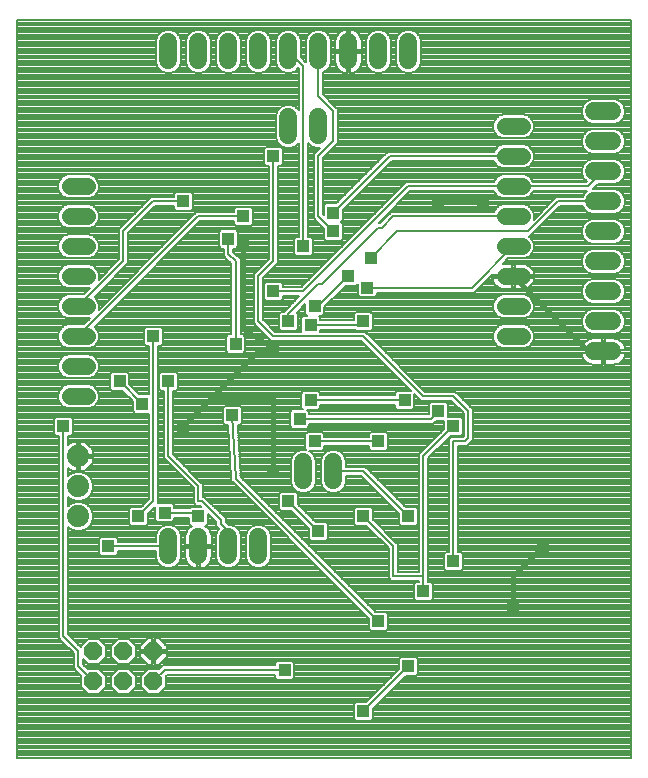
<source format=gbl>
G75*
%MOIN*%
%OFA0B0*%
%FSLAX24Y24*%
%IPPOS*%
%LPD*%
%AMOC8*
5,1,8,0,0,1.08239X$1,22.5*
%
%ADD10C,0.0600*%
%ADD11OC8,0.0610*%
%ADD12C,0.0740*%
%ADD13C,0.0560*%
%ADD14C,0.0080*%
%ADD15R,0.0396X0.0396*%
%ADD16C,0.0160*%
D10*
X006640Y008840D02*
X006640Y009440D01*
X007640Y009440D02*
X007640Y008840D01*
X008640Y008840D02*
X008640Y009440D01*
X009640Y009440D02*
X009640Y008840D01*
X011140Y011340D02*
X011140Y011940D01*
X012140Y011940D02*
X012140Y011340D01*
X020840Y015640D02*
X021440Y015640D01*
X021440Y016640D02*
X020840Y016640D01*
X020840Y017640D02*
X021440Y017640D01*
X021440Y018640D02*
X020840Y018640D01*
X020840Y019640D02*
X021440Y019640D01*
X021440Y020640D02*
X020840Y020640D01*
X020840Y021640D02*
X021440Y021640D01*
X021440Y022640D02*
X020840Y022640D01*
X020840Y023640D02*
X021440Y023640D01*
X014640Y025340D02*
X014640Y025940D01*
X013640Y025940D02*
X013640Y025340D01*
X012640Y025340D02*
X012640Y025940D01*
X011640Y025940D02*
X011640Y025340D01*
X010640Y025340D02*
X010640Y025940D01*
X009640Y025940D02*
X009640Y025340D01*
X008640Y025340D02*
X008640Y025940D01*
X007640Y025940D02*
X007640Y025340D01*
X006640Y025340D02*
X006640Y025940D01*
X010640Y023440D02*
X010640Y022840D01*
X011640Y022840D02*
X011640Y023440D01*
D11*
X006140Y005640D03*
X006140Y004640D03*
X005140Y004640D03*
X005140Y005640D03*
X004140Y005640D03*
X004140Y004640D03*
D12*
X003640Y010140D03*
X003640Y011140D03*
X003640Y012140D03*
D13*
X003360Y014140D02*
X003920Y014140D01*
X003920Y015140D02*
X003360Y015140D01*
X003360Y016140D02*
X003920Y016140D01*
X003920Y017140D02*
X003360Y017140D01*
X003360Y018140D02*
X003920Y018140D01*
X003920Y019140D02*
X003360Y019140D01*
X003360Y020140D02*
X003920Y020140D01*
X003920Y021140D02*
X003360Y021140D01*
X017860Y021140D02*
X018420Y021140D01*
X018420Y022140D02*
X017860Y022140D01*
X017860Y023140D02*
X018420Y023140D01*
X018420Y020140D02*
X017860Y020140D01*
X017860Y019140D02*
X018420Y019140D01*
X018420Y018140D02*
X017860Y018140D01*
X017860Y017140D02*
X018420Y017140D01*
X018420Y016140D02*
X017860Y016140D01*
D14*
X001580Y026696D02*
X001580Y002080D01*
X022070Y002080D01*
X022070Y026696D01*
X001580Y026696D01*
X001580Y026673D02*
X022070Y026673D01*
X022070Y026595D02*
X001580Y026595D01*
X001580Y026516D02*
X022070Y026516D01*
X022070Y026438D02*
X001580Y026438D01*
X001580Y026359D02*
X006554Y026359D01*
X006556Y026360D02*
X006402Y026296D01*
X006284Y026178D01*
X006220Y026024D01*
X006220Y025256D01*
X006284Y025102D01*
X006402Y024984D01*
X006556Y024920D01*
X006724Y024920D01*
X006878Y024984D01*
X006996Y025102D01*
X007060Y025256D01*
X007060Y026024D01*
X006996Y026178D01*
X006878Y026296D01*
X006724Y026360D01*
X006556Y026360D01*
X006726Y026359D02*
X007554Y026359D01*
X007556Y026360D02*
X007402Y026296D01*
X007284Y026178D01*
X007220Y026024D01*
X007220Y025256D01*
X007284Y025102D01*
X007402Y024984D01*
X007556Y024920D01*
X007724Y024920D01*
X007878Y024984D01*
X007996Y025102D01*
X008060Y025256D01*
X008060Y026024D01*
X007996Y026178D01*
X007878Y026296D01*
X007724Y026360D01*
X007556Y026360D01*
X007726Y026359D02*
X008554Y026359D01*
X008556Y026360D02*
X008402Y026296D01*
X008284Y026178D01*
X008220Y026024D01*
X008220Y025256D01*
X008284Y025102D01*
X008402Y024984D01*
X008556Y024920D01*
X008724Y024920D01*
X008878Y024984D01*
X008996Y025102D01*
X009060Y025256D01*
X009060Y026024D01*
X008996Y026178D01*
X008878Y026296D01*
X008724Y026360D01*
X008556Y026360D01*
X008726Y026359D02*
X009554Y026359D01*
X009556Y026360D02*
X009402Y026296D01*
X009284Y026178D01*
X009220Y026024D01*
X009220Y025256D01*
X009284Y025102D01*
X009402Y024984D01*
X009556Y024920D01*
X009724Y024920D01*
X009878Y024984D01*
X009996Y025102D01*
X010060Y025256D01*
X010060Y026024D01*
X009996Y026178D01*
X009878Y026296D01*
X009724Y026360D01*
X009556Y026360D01*
X009726Y026359D02*
X010554Y026359D01*
X010556Y026360D02*
X010402Y026296D01*
X010284Y026178D01*
X010220Y026024D01*
X010220Y025256D01*
X010284Y025102D01*
X010402Y024984D01*
X010556Y024920D01*
X010724Y024920D01*
X010878Y024984D01*
X010974Y025080D01*
X010980Y025074D01*
X010980Y023694D01*
X010878Y023796D01*
X010724Y023860D01*
X010556Y023860D01*
X010402Y023796D01*
X010284Y023678D01*
X010220Y023524D01*
X010220Y022756D01*
X010284Y022602D01*
X010402Y022484D01*
X010556Y022420D01*
X010724Y022420D01*
X010878Y022484D01*
X010980Y022586D01*
X010980Y019458D01*
X010892Y019458D01*
X010822Y019388D01*
X010822Y018892D01*
X010892Y018822D01*
X011388Y018822D01*
X011458Y018892D01*
X011458Y019388D01*
X011388Y019458D01*
X011300Y019458D01*
X011300Y022586D01*
X011402Y022484D01*
X011556Y022420D01*
X011694Y022420D01*
X011480Y022206D01*
X011480Y020074D01*
X011574Y019980D01*
X011822Y019732D01*
X011822Y019392D01*
X011892Y019322D01*
X012388Y019322D01*
X012458Y019392D01*
X012458Y019888D01*
X012393Y019952D01*
X012458Y020017D01*
X012458Y020357D01*
X014081Y021980D01*
X017493Y021980D01*
X017521Y021913D01*
X017633Y021801D01*
X017780Y021740D01*
X018500Y021740D01*
X018647Y021801D01*
X018759Y021913D01*
X018820Y022060D01*
X018820Y022220D01*
X018759Y022367D01*
X018647Y022479D01*
X018500Y022540D01*
X017780Y022540D01*
X017633Y022479D01*
X017521Y022367D01*
X017493Y022300D01*
X013949Y022300D01*
X013855Y022206D01*
X012232Y020583D01*
X011892Y020583D01*
X011822Y020513D01*
X011822Y020184D01*
X011800Y020206D01*
X011800Y022074D01*
X012206Y022480D01*
X012300Y022574D01*
X012300Y023706D01*
X012206Y023800D01*
X011800Y024206D01*
X011800Y024952D01*
X011878Y024984D01*
X011996Y025102D01*
X012060Y025256D01*
X012060Y026024D01*
X011996Y026178D01*
X011878Y026296D01*
X011724Y026360D01*
X011556Y026360D01*
X011402Y026296D01*
X011284Y026178D01*
X011220Y026024D01*
X011220Y025286D01*
X011206Y025300D01*
X011060Y025446D01*
X011060Y026024D01*
X010996Y026178D01*
X010878Y026296D01*
X010724Y026360D01*
X010556Y026360D01*
X010726Y026359D02*
X011554Y026359D01*
X011726Y026359D02*
X012506Y026359D01*
X012537Y026369D02*
X012471Y026348D01*
X012409Y026316D01*
X012353Y026276D01*
X012304Y026227D01*
X012264Y026171D01*
X012232Y026109D01*
X012211Y026043D01*
X012200Y025975D01*
X012200Y025680D01*
X012600Y025680D01*
X012600Y026379D01*
X012537Y026369D01*
X012600Y026359D02*
X012680Y026359D01*
X012680Y026379D02*
X012680Y025680D01*
X013080Y025680D01*
X013080Y025975D01*
X013069Y026043D01*
X013048Y026109D01*
X013016Y026171D01*
X012976Y026227D01*
X012927Y026276D01*
X012871Y026316D01*
X012809Y026348D01*
X012743Y026369D01*
X012680Y026379D01*
X012774Y026359D02*
X013554Y026359D01*
X013556Y026360D02*
X013402Y026296D01*
X013284Y026178D01*
X013220Y026024D01*
X013220Y025256D01*
X013284Y025102D01*
X013402Y024984D01*
X013556Y024920D01*
X013724Y024920D01*
X013878Y024984D01*
X013996Y025102D01*
X014060Y025256D01*
X014060Y026024D01*
X013996Y026178D01*
X013878Y026296D01*
X013724Y026360D01*
X013556Y026360D01*
X013726Y026359D02*
X014554Y026359D01*
X014556Y026360D02*
X014402Y026296D01*
X014284Y026178D01*
X014220Y026024D01*
X014220Y025256D01*
X014284Y025102D01*
X014402Y024984D01*
X014556Y024920D01*
X014724Y024920D01*
X014878Y024984D01*
X014996Y025102D01*
X015060Y025256D01*
X015060Y026024D01*
X014996Y026178D01*
X014878Y026296D01*
X014724Y026360D01*
X014556Y026360D01*
X014726Y026359D02*
X022070Y026359D01*
X022070Y026281D02*
X014893Y026281D01*
X014972Y026202D02*
X022070Y026202D01*
X022070Y026124D02*
X015019Y026124D01*
X015051Y026045D02*
X022070Y026045D01*
X022070Y025967D02*
X015060Y025967D01*
X015060Y025888D02*
X022070Y025888D01*
X022070Y025810D02*
X015060Y025810D01*
X015060Y025731D02*
X022070Y025731D01*
X022070Y025653D02*
X015060Y025653D01*
X015060Y025574D02*
X022070Y025574D01*
X022070Y025496D02*
X015060Y025496D01*
X015060Y025417D02*
X022070Y025417D01*
X022070Y025339D02*
X015060Y025339D01*
X015060Y025260D02*
X022070Y025260D01*
X022070Y025182D02*
X015029Y025182D01*
X014996Y025103D02*
X022070Y025103D01*
X022070Y025025D02*
X014919Y025025D01*
X014786Y024946D02*
X022070Y024946D01*
X022070Y024868D02*
X011800Y024868D01*
X011800Y024946D02*
X012444Y024946D01*
X012471Y024932D02*
X012537Y024911D01*
X012600Y024901D01*
X012600Y025600D01*
X012680Y025600D01*
X012680Y025680D01*
X012600Y025680D01*
X012600Y025600D01*
X012200Y025600D01*
X012200Y025305D01*
X012211Y025237D01*
X012232Y025171D01*
X012264Y025109D01*
X012304Y025053D01*
X012353Y025004D01*
X012409Y024964D01*
X012471Y024932D01*
X012600Y024946D02*
X012680Y024946D01*
X012680Y024901D02*
X012743Y024911D01*
X012809Y024932D01*
X012871Y024964D01*
X012927Y025004D01*
X012976Y025053D01*
X013016Y025109D01*
X013048Y025171D01*
X013069Y025237D01*
X013080Y025305D01*
X013080Y025600D01*
X012680Y025600D01*
X012680Y024901D01*
X012680Y025025D02*
X012600Y025025D01*
X012600Y025103D02*
X012680Y025103D01*
X012680Y025182D02*
X012600Y025182D01*
X012600Y025260D02*
X012680Y025260D01*
X012680Y025339D02*
X012600Y025339D01*
X012600Y025417D02*
X012680Y025417D01*
X012680Y025496D02*
X012600Y025496D01*
X012600Y025574D02*
X012680Y025574D01*
X012680Y025653D02*
X013220Y025653D01*
X013220Y025731D02*
X013080Y025731D01*
X013080Y025810D02*
X013220Y025810D01*
X013220Y025888D02*
X013080Y025888D01*
X013080Y025967D02*
X013220Y025967D01*
X013229Y026045D02*
X013069Y026045D01*
X013040Y026124D02*
X013261Y026124D01*
X013308Y026202D02*
X012993Y026202D01*
X012920Y026281D02*
X013387Y026281D01*
X013893Y026281D02*
X014387Y026281D01*
X014308Y026202D02*
X013972Y026202D01*
X014019Y026124D02*
X014261Y026124D01*
X014229Y026045D02*
X014051Y026045D01*
X014060Y025967D02*
X014220Y025967D01*
X014220Y025888D02*
X014060Y025888D01*
X014060Y025810D02*
X014220Y025810D01*
X014220Y025731D02*
X014060Y025731D01*
X014060Y025653D02*
X014220Y025653D01*
X014220Y025574D02*
X014060Y025574D01*
X014060Y025496D02*
X014220Y025496D01*
X014220Y025417D02*
X014060Y025417D01*
X014060Y025339D02*
X014220Y025339D01*
X014220Y025260D02*
X014060Y025260D01*
X014029Y025182D02*
X014251Y025182D01*
X014284Y025103D02*
X013996Y025103D01*
X013919Y025025D02*
X014361Y025025D01*
X014493Y024946D02*
X013786Y024946D01*
X013493Y024946D02*
X012836Y024946D01*
X012947Y025025D02*
X013361Y025025D01*
X013284Y025103D02*
X013012Y025103D01*
X013051Y025182D02*
X013251Y025182D01*
X013220Y025260D02*
X013073Y025260D01*
X013080Y025339D02*
X013220Y025339D01*
X013220Y025417D02*
X013080Y025417D01*
X013080Y025496D02*
X013220Y025496D01*
X013220Y025574D02*
X013080Y025574D01*
X012680Y025731D02*
X012600Y025731D01*
X012600Y025653D02*
X012060Y025653D01*
X012060Y025731D02*
X012200Y025731D01*
X012200Y025810D02*
X012060Y025810D01*
X012060Y025888D02*
X012200Y025888D01*
X012200Y025967D02*
X012060Y025967D01*
X012051Y026045D02*
X012211Y026045D01*
X012240Y026124D02*
X012019Y026124D01*
X011972Y026202D02*
X012287Y026202D01*
X012360Y026281D02*
X011893Y026281D01*
X011640Y025640D02*
X011640Y024140D01*
X012140Y023640D01*
X012140Y022640D01*
X011640Y022140D01*
X011640Y020140D01*
X012140Y019640D01*
X012458Y019608D02*
X012882Y019608D01*
X012960Y019687D02*
X012458Y019687D01*
X012458Y019765D02*
X013039Y019765D01*
X013117Y019844D02*
X012458Y019844D01*
X012424Y019922D02*
X013196Y019922D01*
X013274Y020001D02*
X012441Y020001D01*
X012458Y020079D02*
X013353Y020079D01*
X013431Y020158D02*
X012458Y020158D01*
X012458Y020236D02*
X013510Y020236D01*
X013588Y020315D02*
X012458Y020315D01*
X012494Y020393D02*
X013667Y020393D01*
X013745Y020472D02*
X012573Y020472D01*
X012651Y020550D02*
X013824Y020550D01*
X013902Y020629D02*
X012730Y020629D01*
X012808Y020707D02*
X013981Y020707D01*
X014059Y020786D02*
X012887Y020786D01*
X012965Y020864D02*
X014138Y020864D01*
X014216Y020943D02*
X013044Y020943D01*
X013122Y021021D02*
X014295Y021021D01*
X014373Y021100D02*
X013201Y021100D01*
X013279Y021178D02*
X014452Y021178D01*
X014480Y021206D02*
X011074Y017800D01*
X010458Y017800D01*
X010458Y017888D01*
X010388Y017958D01*
X009892Y017958D01*
X009822Y017888D01*
X009822Y017392D01*
X009892Y017322D01*
X010388Y017322D01*
X010458Y017392D01*
X010458Y017480D01*
X011004Y017480D01*
X010482Y016958D01*
X010392Y016958D01*
X010322Y016888D01*
X010322Y016392D01*
X010392Y016322D01*
X010888Y016322D01*
X010958Y016392D01*
X010958Y016888D01*
X010911Y016935D01*
X011197Y017221D01*
X011197Y016892D01*
X011256Y016833D01*
X011142Y016833D01*
X011072Y016763D01*
X011072Y016300D01*
X010206Y016300D01*
X009800Y016706D01*
X009800Y018074D01*
X010206Y018480D01*
X010300Y018574D01*
X010300Y021822D01*
X010388Y021822D01*
X010458Y021892D01*
X010458Y022388D01*
X010388Y022458D01*
X009892Y022458D01*
X009822Y022388D01*
X009822Y021892D01*
X009892Y021822D01*
X009980Y021822D01*
X009980Y018706D01*
X009480Y018206D01*
X009480Y016574D01*
X009574Y016480D01*
X010074Y015980D01*
X013074Y015980D01*
X014721Y014333D01*
X014267Y014333D01*
X014197Y014263D01*
X014197Y014175D01*
X011708Y014175D01*
X011708Y014263D01*
X011638Y014333D01*
X011142Y014333D01*
X011072Y014263D01*
X011072Y013767D01*
X011131Y013708D01*
X010767Y013708D01*
X010697Y013638D01*
X010697Y013142D01*
X010767Y013072D01*
X011263Y013072D01*
X011333Y013142D01*
X011333Y013230D01*
X015456Y013230D01*
X015548Y013322D01*
X015822Y013322D01*
X015822Y013048D01*
X014980Y012206D01*
X014980Y008300D01*
X014300Y008300D01*
X014300Y009206D01*
X014206Y009300D01*
X013458Y010048D01*
X013458Y010388D01*
X013388Y010458D01*
X012892Y010458D01*
X012822Y010388D01*
X012822Y009892D01*
X012892Y009822D01*
X013232Y009822D01*
X013980Y009074D01*
X013980Y008074D01*
X014074Y007980D01*
X014980Y007980D01*
X014980Y007958D01*
X014892Y007958D01*
X014822Y007888D01*
X014822Y007392D01*
X014892Y007322D01*
X015388Y007322D01*
X015458Y007392D01*
X015458Y007888D01*
X015388Y007958D01*
X015300Y007958D01*
X015300Y012074D01*
X016048Y012822D01*
X016388Y012822D01*
X016458Y012892D01*
X016458Y013388D01*
X016388Y013458D01*
X015958Y013458D01*
X015958Y013888D01*
X015888Y013958D01*
X015392Y013958D01*
X015322Y013888D01*
X015322Y013550D01*
X011333Y013550D01*
X011333Y013638D01*
X011274Y013697D01*
X011638Y013697D01*
X011708Y013767D01*
X011708Y013855D01*
X014197Y013855D01*
X014197Y013767D01*
X014267Y013697D01*
X014763Y013697D01*
X014833Y013767D01*
X014833Y014221D01*
X015074Y013980D01*
X016074Y013980D01*
X016480Y013574D01*
X016480Y012831D01*
X016449Y012800D01*
X016074Y012800D01*
X015980Y012706D01*
X015980Y008958D01*
X015892Y008958D01*
X015822Y008888D01*
X015822Y008392D01*
X015892Y008322D01*
X016388Y008322D01*
X016458Y008392D01*
X016458Y008888D01*
X016388Y008958D01*
X016300Y008958D01*
X016300Y012480D01*
X016581Y012480D01*
X016800Y012699D01*
X016800Y013706D01*
X016300Y014206D01*
X016206Y014300D01*
X015206Y014300D01*
X013300Y016206D01*
X013206Y016300D01*
X011708Y016300D01*
X011708Y016355D01*
X012859Y016355D01*
X012892Y016322D01*
X013388Y016322D01*
X013458Y016392D01*
X013458Y016888D01*
X013388Y016958D01*
X012892Y016958D01*
X012822Y016888D01*
X012822Y016675D01*
X011708Y016675D01*
X011708Y016763D01*
X011649Y016822D01*
X011763Y016822D01*
X011833Y016892D01*
X011833Y017107D01*
X012548Y017822D01*
X012888Y017822D01*
X012947Y017881D01*
X012947Y017517D01*
X013017Y017447D01*
X013513Y017447D01*
X013583Y017517D01*
X013583Y017605D01*
X016831Y017605D01*
X016925Y017699D01*
X017448Y018221D01*
X017441Y018180D01*
X018100Y018180D01*
X018100Y018560D01*
X017827Y018560D01*
X017779Y018552D01*
X017966Y018740D01*
X018500Y018740D01*
X018647Y018801D01*
X018759Y018913D01*
X018820Y019060D01*
X018820Y019220D01*
X018759Y019367D01*
X018647Y019479D01*
X018644Y019480D01*
X018706Y019480D01*
X019706Y020480D01*
X020452Y020480D01*
X020484Y020402D01*
X020602Y020284D01*
X020756Y020220D01*
X021524Y020220D01*
X021678Y020284D01*
X021796Y020402D01*
X021860Y020556D01*
X021860Y020724D01*
X021796Y020878D01*
X021678Y020996D01*
X021524Y021060D01*
X020786Y021060D01*
X020946Y021220D01*
X021524Y021220D01*
X021678Y021284D01*
X021796Y021402D01*
X021860Y021556D01*
X021860Y021724D01*
X021796Y021878D01*
X021678Y021996D01*
X021524Y022060D01*
X020756Y022060D01*
X020602Y021996D01*
X020484Y021878D01*
X020420Y021724D01*
X020420Y021556D01*
X020484Y021402D01*
X020580Y021306D01*
X020574Y021300D01*
X018787Y021300D01*
X018759Y021367D01*
X018647Y021479D01*
X018500Y021540D01*
X017780Y021540D01*
X017633Y021479D01*
X017521Y021367D01*
X017493Y021300D01*
X014574Y021300D01*
X014480Y021206D01*
X014530Y021257D02*
X013358Y021257D01*
X013436Y021335D02*
X017508Y021335D01*
X017568Y021414D02*
X013515Y021414D01*
X013593Y021492D02*
X017665Y021492D01*
X017628Y021806D02*
X013907Y021806D01*
X013829Y021728D02*
X020422Y021728D01*
X020420Y021649D02*
X013750Y021649D01*
X013672Y021571D02*
X020420Y021571D01*
X020447Y021492D02*
X018615Y021492D01*
X018712Y021414D02*
X020479Y021414D01*
X020551Y021335D02*
X018772Y021335D01*
X018652Y021806D02*
X020454Y021806D01*
X020491Y021885D02*
X018730Y021885D01*
X018780Y021963D02*
X020569Y021963D01*
X020712Y022042D02*
X018812Y022042D01*
X018820Y022120D02*
X022070Y022120D01*
X022070Y022042D02*
X021568Y022042D01*
X021711Y021963D02*
X022070Y021963D01*
X022070Y021885D02*
X021789Y021885D01*
X021826Y021806D02*
X022070Y021806D01*
X022070Y021728D02*
X021858Y021728D01*
X021860Y021649D02*
X022070Y021649D01*
X022070Y021571D02*
X021860Y021571D01*
X021833Y021492D02*
X022070Y021492D01*
X022070Y021414D02*
X021801Y021414D01*
X021729Y021335D02*
X022070Y021335D01*
X022070Y021257D02*
X021612Y021257D01*
X021618Y021021D02*
X022070Y021021D01*
X022070Y020943D02*
X021731Y020943D01*
X021802Y020864D02*
X022070Y020864D01*
X022070Y020786D02*
X021834Y020786D01*
X021860Y020707D02*
X022070Y020707D01*
X022070Y020629D02*
X021860Y020629D01*
X021857Y020550D02*
X022070Y020550D01*
X022070Y020472D02*
X021825Y020472D01*
X021787Y020393D02*
X022070Y020393D01*
X022070Y020315D02*
X021709Y020315D01*
X021562Y020236D02*
X022070Y020236D01*
X022070Y020158D02*
X019384Y020158D01*
X019462Y020236D02*
X020718Y020236D01*
X020571Y020315D02*
X019541Y020315D01*
X019619Y020393D02*
X020493Y020393D01*
X020455Y020472D02*
X019698Y020472D01*
X019640Y020640D02*
X021140Y020640D01*
X020826Y021100D02*
X022070Y021100D01*
X022070Y021178D02*
X020904Y021178D01*
X020640Y021140D02*
X021140Y021640D01*
X020756Y022220D02*
X021524Y022220D01*
X021678Y022284D01*
X021796Y022402D01*
X021860Y022556D01*
X021860Y022724D01*
X021796Y022878D01*
X021678Y022996D01*
X021524Y023060D01*
X020756Y023060D01*
X020602Y022996D01*
X020484Y022878D01*
X020420Y022724D01*
X020420Y022556D01*
X020484Y022402D01*
X020602Y022284D01*
X020756Y022220D01*
X020619Y022277D02*
X018796Y022277D01*
X018820Y022199D02*
X022070Y022199D01*
X022070Y022277D02*
X021661Y022277D01*
X021750Y022356D02*
X022070Y022356D01*
X022070Y022434D02*
X021809Y022434D01*
X021842Y022513D02*
X022070Y022513D01*
X022070Y022591D02*
X021860Y022591D01*
X021860Y022670D02*
X022070Y022670D01*
X022070Y022748D02*
X021850Y022748D01*
X021817Y022827D02*
X022070Y022827D01*
X022070Y022905D02*
X021769Y022905D01*
X021690Y022984D02*
X022070Y022984D01*
X022070Y023062D02*
X018820Y023062D01*
X018820Y023060D02*
X018820Y023220D01*
X018759Y023367D01*
X018647Y023479D01*
X018500Y023540D01*
X017780Y023540D01*
X017633Y023479D01*
X017521Y023367D01*
X017460Y023220D01*
X017460Y023060D01*
X017521Y022913D01*
X017633Y022801D01*
X017780Y022740D01*
X018500Y022740D01*
X018647Y022801D01*
X018759Y022913D01*
X018820Y023060D01*
X018820Y023141D02*
X022070Y023141D01*
X022070Y023219D02*
X018820Y023219D01*
X018788Y023298D02*
X020588Y023298D01*
X020602Y023284D02*
X020756Y023220D01*
X021524Y023220D01*
X021678Y023284D01*
X021796Y023402D01*
X021860Y023556D01*
X021860Y023724D01*
X021796Y023878D01*
X021678Y023996D01*
X021524Y024060D01*
X020756Y024060D01*
X020602Y023996D01*
X020484Y023878D01*
X020420Y023724D01*
X020420Y023556D01*
X020484Y023402D01*
X020602Y023284D01*
X020510Y023376D02*
X018750Y023376D01*
X018671Y023455D02*
X020462Y023455D01*
X020430Y023533D02*
X018516Y023533D01*
X018788Y022984D02*
X020590Y022984D01*
X020511Y022905D02*
X018751Y022905D01*
X018672Y022827D02*
X020463Y022827D01*
X020430Y022748D02*
X018519Y022748D01*
X018566Y022513D02*
X020438Y022513D01*
X020420Y022591D02*
X012300Y022591D01*
X012300Y022670D02*
X020420Y022670D01*
X020471Y022434D02*
X018692Y022434D01*
X018764Y022356D02*
X020530Y022356D01*
X020640Y021140D02*
X018140Y021140D01*
X014640Y021140D01*
X011140Y017640D01*
X010140Y017640D01*
X009822Y017646D02*
X009800Y017646D01*
X009800Y017724D02*
X009822Y017724D01*
X009822Y017803D02*
X009800Y017803D01*
X009800Y017881D02*
X009822Y017881D01*
X009800Y017960D02*
X011233Y017960D01*
X011312Y018038D02*
X009800Y018038D01*
X009843Y018117D02*
X011390Y018117D01*
X011469Y018195D02*
X009921Y018195D01*
X010000Y018274D02*
X011547Y018274D01*
X011626Y018352D02*
X010078Y018352D01*
X010157Y018431D02*
X011704Y018431D01*
X011783Y018509D02*
X010235Y018509D01*
X010300Y018588D02*
X011861Y018588D01*
X011940Y018666D02*
X010300Y018666D01*
X010300Y018745D02*
X012018Y018745D01*
X012097Y018823D02*
X011389Y018823D01*
X011458Y018902D02*
X012175Y018902D01*
X012254Y018980D02*
X011458Y018980D01*
X011458Y019059D02*
X012332Y019059D01*
X012411Y019137D02*
X011458Y019137D01*
X011458Y019216D02*
X012489Y019216D01*
X012568Y019294D02*
X011458Y019294D01*
X011458Y019373D02*
X011842Y019373D01*
X011822Y019451D02*
X011395Y019451D01*
X011300Y019530D02*
X011822Y019530D01*
X011822Y019608D02*
X011300Y019608D01*
X011300Y019687D02*
X011822Y019687D01*
X011789Y019765D02*
X011300Y019765D01*
X011300Y019844D02*
X011710Y019844D01*
X011632Y019922D02*
X011300Y019922D01*
X011300Y020001D02*
X011553Y020001D01*
X011480Y020079D02*
X011300Y020079D01*
X011300Y020158D02*
X011480Y020158D01*
X011480Y020236D02*
X011300Y020236D01*
X011300Y020315D02*
X011480Y020315D01*
X011480Y020393D02*
X011300Y020393D01*
X011300Y020472D02*
X011480Y020472D01*
X011480Y020550D02*
X011300Y020550D01*
X011300Y020629D02*
X011480Y020629D01*
X011480Y020707D02*
X011300Y020707D01*
X011300Y020786D02*
X011480Y020786D01*
X011480Y020864D02*
X011300Y020864D01*
X011300Y020943D02*
X011480Y020943D01*
X011480Y021021D02*
X011300Y021021D01*
X011300Y021100D02*
X011480Y021100D01*
X011480Y021178D02*
X011300Y021178D01*
X011300Y021257D02*
X011480Y021257D01*
X011480Y021335D02*
X011300Y021335D01*
X011300Y021414D02*
X011480Y021414D01*
X011480Y021492D02*
X011300Y021492D01*
X011300Y021571D02*
X011480Y021571D01*
X011480Y021649D02*
X011300Y021649D01*
X011300Y021728D02*
X011480Y021728D01*
X011480Y021806D02*
X011300Y021806D01*
X011300Y021885D02*
X011480Y021885D01*
X011480Y021963D02*
X011300Y021963D01*
X011300Y022042D02*
X011480Y022042D01*
X011480Y022120D02*
X011300Y022120D01*
X011300Y022199D02*
X011480Y022199D01*
X011551Y022277D02*
X011300Y022277D01*
X011300Y022356D02*
X011629Y022356D01*
X011522Y022434D02*
X011300Y022434D01*
X011300Y022513D02*
X011373Y022513D01*
X010980Y022513D02*
X010907Y022513D01*
X010980Y022434D02*
X010758Y022434D01*
X010980Y022356D02*
X010458Y022356D01*
X010458Y022277D02*
X010980Y022277D01*
X010980Y022199D02*
X010458Y022199D01*
X010458Y022120D02*
X010980Y022120D01*
X010980Y022042D02*
X010458Y022042D01*
X010458Y021963D02*
X010980Y021963D01*
X010980Y021885D02*
X010450Y021885D01*
X010300Y021806D02*
X010980Y021806D01*
X010980Y021728D02*
X010300Y021728D01*
X010300Y021649D02*
X010980Y021649D01*
X010980Y021571D02*
X010300Y021571D01*
X010300Y021492D02*
X010980Y021492D01*
X010980Y021414D02*
X010300Y021414D01*
X010300Y021335D02*
X010980Y021335D01*
X010980Y021257D02*
X010300Y021257D01*
X010300Y021178D02*
X010980Y021178D01*
X010980Y021100D02*
X010300Y021100D01*
X010300Y021021D02*
X010980Y021021D01*
X010980Y020943D02*
X010300Y020943D01*
X010300Y020864D02*
X010980Y020864D01*
X010980Y020786D02*
X010300Y020786D01*
X010300Y020707D02*
X010980Y020707D01*
X010980Y020629D02*
X010300Y020629D01*
X010300Y020550D02*
X010980Y020550D01*
X010980Y020472D02*
X010300Y020472D01*
X010300Y020393D02*
X010980Y020393D01*
X010980Y020315D02*
X010300Y020315D01*
X010300Y020236D02*
X010980Y020236D01*
X010980Y020158D02*
X010300Y020158D01*
X010300Y020079D02*
X010980Y020079D01*
X010980Y020001D02*
X010300Y020001D01*
X010300Y019922D02*
X010980Y019922D01*
X010980Y019844D02*
X010300Y019844D01*
X010300Y019765D02*
X010980Y019765D01*
X010980Y019687D02*
X010300Y019687D01*
X010300Y019608D02*
X010980Y019608D01*
X010980Y019530D02*
X010300Y019530D01*
X010300Y019451D02*
X010885Y019451D01*
X010822Y019373D02*
X010300Y019373D01*
X010300Y019294D02*
X010822Y019294D01*
X010822Y019216D02*
X010300Y019216D01*
X010300Y019137D02*
X010822Y019137D01*
X010822Y019059D02*
X010300Y019059D01*
X010300Y018980D02*
X010822Y018980D01*
X010822Y018902D02*
X010300Y018902D01*
X010300Y018823D02*
X010891Y018823D01*
X011140Y019140D02*
X011140Y025140D01*
X010640Y025640D01*
X010229Y026045D02*
X010051Y026045D01*
X010060Y025967D02*
X010220Y025967D01*
X010220Y025888D02*
X010060Y025888D01*
X010060Y025810D02*
X010220Y025810D01*
X010220Y025731D02*
X010060Y025731D01*
X010060Y025653D02*
X010220Y025653D01*
X010220Y025574D02*
X010060Y025574D01*
X010060Y025496D02*
X010220Y025496D01*
X010220Y025417D02*
X010060Y025417D01*
X010060Y025339D02*
X010220Y025339D01*
X010220Y025260D02*
X010060Y025260D01*
X010029Y025182D02*
X010251Y025182D01*
X010284Y025103D02*
X009996Y025103D01*
X009919Y025025D02*
X010361Y025025D01*
X010493Y024946D02*
X009786Y024946D01*
X009493Y024946D02*
X008786Y024946D01*
X008919Y025025D02*
X009361Y025025D01*
X009284Y025103D02*
X008996Y025103D01*
X009029Y025182D02*
X009251Y025182D01*
X009220Y025260D02*
X009060Y025260D01*
X009060Y025339D02*
X009220Y025339D01*
X009220Y025417D02*
X009060Y025417D01*
X009060Y025496D02*
X009220Y025496D01*
X009220Y025574D02*
X009060Y025574D01*
X009060Y025653D02*
X009220Y025653D01*
X009220Y025731D02*
X009060Y025731D01*
X009060Y025810D02*
X009220Y025810D01*
X009220Y025888D02*
X009060Y025888D01*
X009060Y025967D02*
X009220Y025967D01*
X009229Y026045D02*
X009051Y026045D01*
X009019Y026124D02*
X009261Y026124D01*
X009308Y026202D02*
X008972Y026202D01*
X008893Y026281D02*
X009387Y026281D01*
X009893Y026281D02*
X010387Y026281D01*
X010308Y026202D02*
X009972Y026202D01*
X010019Y026124D02*
X010261Y026124D01*
X010893Y026281D02*
X011387Y026281D01*
X011308Y026202D02*
X010972Y026202D01*
X011019Y026124D02*
X011261Y026124D01*
X011229Y026045D02*
X011051Y026045D01*
X011060Y025967D02*
X011220Y025967D01*
X011220Y025888D02*
X011060Y025888D01*
X011060Y025810D02*
X011220Y025810D01*
X011220Y025731D02*
X011060Y025731D01*
X011060Y025653D02*
X011220Y025653D01*
X011220Y025574D02*
X011060Y025574D01*
X011060Y025496D02*
X011220Y025496D01*
X011220Y025417D02*
X011089Y025417D01*
X011168Y025339D02*
X011220Y025339D01*
X010980Y025025D02*
X010919Y025025D01*
X010980Y024946D02*
X010786Y024946D01*
X010980Y024868D02*
X001580Y024868D01*
X001580Y024946D02*
X006493Y024946D01*
X006361Y025025D02*
X001580Y025025D01*
X001580Y025103D02*
X006284Y025103D01*
X006251Y025182D02*
X001580Y025182D01*
X001580Y025260D02*
X006220Y025260D01*
X006220Y025339D02*
X001580Y025339D01*
X001580Y025417D02*
X006220Y025417D01*
X006220Y025496D02*
X001580Y025496D01*
X001580Y025574D02*
X006220Y025574D01*
X006220Y025653D02*
X001580Y025653D01*
X001580Y025731D02*
X006220Y025731D01*
X006220Y025810D02*
X001580Y025810D01*
X001580Y025888D02*
X006220Y025888D01*
X006220Y025967D02*
X001580Y025967D01*
X001580Y026045D02*
X006229Y026045D01*
X006261Y026124D02*
X001580Y026124D01*
X001580Y026202D02*
X006308Y026202D01*
X006387Y026281D02*
X001580Y026281D01*
X001580Y024789D02*
X010980Y024789D01*
X010980Y024711D02*
X001580Y024711D01*
X001580Y024632D02*
X010980Y024632D01*
X010980Y024554D02*
X001580Y024554D01*
X001580Y024475D02*
X010980Y024475D01*
X010980Y024397D02*
X001580Y024397D01*
X001580Y024318D02*
X010980Y024318D01*
X010980Y024240D02*
X001580Y024240D01*
X001580Y024161D02*
X010980Y024161D01*
X010980Y024083D02*
X001580Y024083D01*
X001580Y024004D02*
X010980Y024004D01*
X010980Y023926D02*
X001580Y023926D01*
X001580Y023847D02*
X010525Y023847D01*
X010375Y023769D02*
X001580Y023769D01*
X001580Y023690D02*
X010296Y023690D01*
X010256Y023612D02*
X001580Y023612D01*
X001580Y023533D02*
X010224Y023533D01*
X010220Y023455D02*
X001580Y023455D01*
X001580Y023376D02*
X010220Y023376D01*
X010220Y023298D02*
X001580Y023298D01*
X001580Y023219D02*
X010220Y023219D01*
X010220Y023141D02*
X001580Y023141D01*
X001580Y023062D02*
X010220Y023062D01*
X010220Y022984D02*
X001580Y022984D01*
X001580Y022905D02*
X010220Y022905D01*
X010220Y022827D02*
X001580Y022827D01*
X001580Y022748D02*
X010223Y022748D01*
X010256Y022670D02*
X001580Y022670D01*
X001580Y022591D02*
X010295Y022591D01*
X010373Y022513D02*
X001580Y022513D01*
X001580Y022434D02*
X009868Y022434D01*
X009822Y022356D02*
X001580Y022356D01*
X001580Y022277D02*
X009822Y022277D01*
X009822Y022199D02*
X001580Y022199D01*
X001580Y022120D02*
X009822Y022120D01*
X009822Y022042D02*
X001580Y022042D01*
X001580Y021963D02*
X009822Y021963D01*
X009830Y021885D02*
X001580Y021885D01*
X001580Y021806D02*
X009980Y021806D01*
X009980Y021728D02*
X001580Y021728D01*
X001580Y021649D02*
X009980Y021649D01*
X009980Y021571D02*
X001580Y021571D01*
X001580Y021492D02*
X003165Y021492D01*
X003133Y021479D02*
X003021Y021367D01*
X002960Y021220D01*
X002960Y021060D01*
X003021Y020913D01*
X003133Y020801D01*
X003280Y020740D01*
X004000Y020740D01*
X004147Y020801D01*
X004259Y020913D01*
X004320Y021060D01*
X004320Y021220D01*
X004259Y021367D01*
X004147Y021479D01*
X004000Y021540D01*
X003280Y021540D01*
X003133Y021479D01*
X003068Y021414D02*
X001580Y021414D01*
X001580Y021335D02*
X003008Y021335D01*
X002975Y021257D02*
X001580Y021257D01*
X001580Y021178D02*
X002960Y021178D01*
X002960Y021100D02*
X001580Y021100D01*
X001580Y021021D02*
X002976Y021021D01*
X003009Y020943D02*
X001580Y020943D01*
X001580Y020864D02*
X003070Y020864D01*
X003170Y020786D02*
X001580Y020786D01*
X001580Y020707D02*
X005981Y020707D01*
X006059Y020786D02*
X004110Y020786D01*
X004210Y020864D02*
X006822Y020864D01*
X006822Y020888D02*
X006822Y020800D01*
X006074Y020800D01*
X005074Y019800D01*
X004980Y019706D01*
X004980Y018706D01*
X004310Y018036D01*
X004320Y018060D01*
X004320Y018220D01*
X004259Y018367D01*
X004147Y018479D01*
X004000Y018540D01*
X003280Y018540D01*
X003133Y018479D01*
X003021Y018367D01*
X002960Y018220D01*
X002960Y018060D01*
X003021Y017913D01*
X003133Y017801D01*
X003280Y017740D01*
X004000Y017740D01*
X004024Y017750D01*
X003814Y017540D01*
X003280Y017540D01*
X003133Y017479D01*
X003021Y017367D01*
X002960Y017220D01*
X002960Y017060D01*
X003021Y016913D01*
X003133Y016801D01*
X003280Y016740D01*
X004000Y016740D01*
X004024Y016750D01*
X003814Y016540D01*
X003280Y016540D01*
X003133Y016479D01*
X003021Y016367D01*
X002960Y016220D01*
X002960Y016060D01*
X003021Y015913D01*
X003133Y015801D01*
X003280Y015740D01*
X004000Y015740D01*
X004147Y015801D01*
X004259Y015913D01*
X004320Y016060D01*
X004320Y016220D01*
X004259Y016367D01*
X004176Y016450D01*
X007706Y019980D01*
X008822Y019980D01*
X008822Y019892D01*
X008892Y019822D01*
X009388Y019822D01*
X009458Y019892D01*
X009458Y020388D01*
X009388Y020458D01*
X008892Y020458D01*
X008822Y020388D01*
X008822Y020300D01*
X007574Y020300D01*
X007480Y020206D01*
X004310Y017036D01*
X004320Y017060D01*
X004320Y017220D01*
X004259Y017367D01*
X004176Y017450D01*
X005300Y018574D01*
X005300Y019574D01*
X006206Y020480D01*
X006822Y020480D01*
X006822Y020392D01*
X006892Y020322D01*
X007388Y020322D01*
X007458Y020392D01*
X007458Y020888D01*
X007388Y020958D01*
X006892Y020958D01*
X006822Y020888D01*
X006877Y020943D02*
X004271Y020943D01*
X004304Y021021D02*
X009980Y021021D01*
X009980Y020943D02*
X007403Y020943D01*
X007458Y020864D02*
X009980Y020864D01*
X009980Y020786D02*
X007458Y020786D01*
X007458Y020707D02*
X009980Y020707D01*
X009980Y020629D02*
X007458Y020629D01*
X007458Y020550D02*
X009980Y020550D01*
X009980Y020472D02*
X007458Y020472D01*
X007458Y020393D02*
X008827Y020393D01*
X008822Y020315D02*
X006041Y020315D01*
X006119Y020393D02*
X006822Y020393D01*
X006822Y020472D02*
X006198Y020472D01*
X006140Y020640D02*
X005140Y019640D01*
X005140Y018640D01*
X003640Y017140D01*
X003977Y016704D02*
X001580Y016704D01*
X001580Y016782D02*
X003179Y016782D01*
X003074Y016861D02*
X001580Y016861D01*
X001580Y016939D02*
X003010Y016939D01*
X002978Y017018D02*
X001580Y017018D01*
X001580Y017096D02*
X002960Y017096D01*
X002960Y017175D02*
X001580Y017175D01*
X001580Y017253D02*
X002974Y017253D01*
X003006Y017332D02*
X001580Y017332D01*
X001580Y017410D02*
X003064Y017410D01*
X003156Y017489D02*
X001580Y017489D01*
X001580Y017567D02*
X003841Y017567D01*
X003919Y017646D02*
X001580Y017646D01*
X001580Y017724D02*
X003998Y017724D01*
X004215Y017489D02*
X004762Y017489D01*
X004841Y017567D02*
X004293Y017567D01*
X004372Y017646D02*
X004919Y017646D01*
X004998Y017724D02*
X004450Y017724D01*
X004529Y017803D02*
X005076Y017803D01*
X005155Y017881D02*
X004607Y017881D01*
X004686Y017960D02*
X005233Y017960D01*
X005312Y018038D02*
X004764Y018038D01*
X004843Y018117D02*
X005390Y018117D01*
X005469Y018195D02*
X004921Y018195D01*
X005000Y018274D02*
X005547Y018274D01*
X005626Y018352D02*
X005078Y018352D01*
X005157Y018431D02*
X005704Y018431D01*
X005783Y018509D02*
X005235Y018509D01*
X005300Y018588D02*
X005861Y018588D01*
X005940Y018666D02*
X005300Y018666D01*
X005300Y018745D02*
X006018Y018745D01*
X006097Y018823D02*
X005300Y018823D01*
X005300Y018902D02*
X006175Y018902D01*
X006254Y018980D02*
X005300Y018980D01*
X005300Y019059D02*
X006332Y019059D01*
X006411Y019137D02*
X005300Y019137D01*
X005300Y019216D02*
X006489Y019216D01*
X006568Y019294D02*
X005300Y019294D01*
X005300Y019373D02*
X006646Y019373D01*
X006725Y019451D02*
X005300Y019451D01*
X005300Y019530D02*
X006803Y019530D01*
X006882Y019608D02*
X005334Y019608D01*
X005413Y019687D02*
X006960Y019687D01*
X007039Y019765D02*
X005491Y019765D01*
X005570Y019844D02*
X007117Y019844D01*
X007196Y019922D02*
X005648Y019922D01*
X005727Y020001D02*
X007274Y020001D01*
X007353Y020079D02*
X005805Y020079D01*
X005884Y020158D02*
X007431Y020158D01*
X007480Y020206D02*
X007480Y020206D01*
X007510Y020236D02*
X005962Y020236D01*
X005745Y020472D02*
X004154Y020472D01*
X004147Y020479D02*
X004000Y020540D01*
X003280Y020540D01*
X003133Y020479D01*
X003021Y020367D01*
X002960Y020220D01*
X002960Y020060D01*
X003021Y019913D01*
X003133Y019801D01*
X003280Y019740D01*
X004000Y019740D01*
X004147Y019801D01*
X004259Y019913D01*
X004320Y020060D01*
X004320Y020220D01*
X004259Y020367D01*
X004147Y020479D01*
X004233Y020393D02*
X005667Y020393D01*
X005588Y020315D02*
X004281Y020315D01*
X004313Y020236D02*
X005510Y020236D01*
X005431Y020158D02*
X004320Y020158D01*
X004320Y020079D02*
X005353Y020079D01*
X005274Y020001D02*
X004295Y020001D01*
X004263Y019922D02*
X005196Y019922D01*
X005117Y019844D02*
X004189Y019844D01*
X004060Y019765D02*
X005039Y019765D01*
X004980Y019687D02*
X001580Y019687D01*
X001580Y019765D02*
X003220Y019765D01*
X003091Y019844D02*
X001580Y019844D01*
X001580Y019922D02*
X003017Y019922D01*
X002985Y020001D02*
X001580Y020001D01*
X001580Y020079D02*
X002960Y020079D01*
X002960Y020158D02*
X001580Y020158D01*
X001580Y020236D02*
X002967Y020236D01*
X002999Y020315D02*
X001580Y020315D01*
X001580Y020393D02*
X003047Y020393D01*
X003126Y020472D02*
X001580Y020472D01*
X001580Y020550D02*
X005824Y020550D01*
X005902Y020629D02*
X001580Y020629D01*
X001580Y019608D02*
X004980Y019608D01*
X004980Y019530D02*
X004025Y019530D01*
X004000Y019540D02*
X004147Y019479D01*
X004259Y019367D01*
X004320Y019220D01*
X004320Y019060D01*
X004259Y018913D01*
X004147Y018801D01*
X004000Y018740D01*
X003280Y018740D01*
X003133Y018801D01*
X003021Y018913D01*
X002960Y019060D01*
X002960Y019220D01*
X003021Y019367D01*
X003133Y019479D01*
X003280Y019540D01*
X004000Y019540D01*
X004175Y019451D02*
X004980Y019451D01*
X004980Y019373D02*
X004253Y019373D01*
X004289Y019294D02*
X004980Y019294D01*
X004980Y019216D02*
X004320Y019216D01*
X004320Y019137D02*
X004980Y019137D01*
X004980Y019059D02*
X004319Y019059D01*
X004287Y018980D02*
X004980Y018980D01*
X004980Y018902D02*
X004247Y018902D01*
X004169Y018823D02*
X004980Y018823D01*
X004980Y018745D02*
X004011Y018745D01*
X004074Y018509D02*
X004783Y018509D01*
X004861Y018588D02*
X001580Y018588D01*
X001580Y018666D02*
X004940Y018666D01*
X004704Y018431D02*
X004195Y018431D01*
X004265Y018352D02*
X004626Y018352D01*
X004547Y018274D02*
X004298Y018274D01*
X004320Y018195D02*
X004469Y018195D01*
X004390Y018117D02*
X004320Y018117D01*
X004311Y018038D02*
X004312Y018038D01*
X004216Y017410D02*
X004684Y017410D01*
X004605Y017332D02*
X004274Y017332D01*
X004306Y017253D02*
X004527Y017253D01*
X004448Y017175D02*
X004320Y017175D01*
X004320Y017096D02*
X004370Y017096D01*
X004587Y016861D02*
X008730Y016861D01*
X008730Y016939D02*
X004665Y016939D01*
X004744Y017018D02*
X008730Y017018D01*
X008730Y017096D02*
X004822Y017096D01*
X004901Y017175D02*
X008730Y017175D01*
X008730Y017253D02*
X004979Y017253D01*
X005058Y017332D02*
X008730Y017332D01*
X008730Y017410D02*
X005136Y017410D01*
X005215Y017489D02*
X008730Y017489D01*
X008730Y017567D02*
X005293Y017567D01*
X005372Y017646D02*
X008730Y017646D01*
X008730Y017724D02*
X005450Y017724D01*
X005529Y017803D02*
X008730Y017803D01*
X008730Y017881D02*
X005607Y017881D01*
X005686Y017960D02*
X008730Y017960D01*
X008730Y018038D02*
X005764Y018038D01*
X005843Y018117D02*
X008730Y018117D01*
X008730Y018195D02*
X005921Y018195D01*
X006000Y018274D02*
X008730Y018274D01*
X008730Y018352D02*
X006078Y018352D01*
X006157Y018431D02*
X008730Y018431D01*
X008730Y018509D02*
X006235Y018509D01*
X006314Y018588D02*
X008716Y018588D01*
X008730Y018574D02*
X008730Y016208D01*
X008642Y016208D01*
X008572Y016138D01*
X008572Y015642D01*
X008642Y015572D01*
X009138Y015572D01*
X009208Y015642D01*
X009208Y016138D01*
X009138Y016208D01*
X009050Y016208D01*
X009050Y018706D01*
X008800Y018956D01*
X008800Y019072D01*
X008888Y019072D01*
X008958Y019142D01*
X008958Y019638D01*
X008888Y019708D01*
X008392Y019708D01*
X008322Y019638D01*
X008322Y019142D01*
X008392Y019072D01*
X008480Y019072D01*
X008480Y018824D01*
X008574Y018730D01*
X008730Y018574D01*
X008638Y018666D02*
X006392Y018666D01*
X006471Y018745D02*
X008559Y018745D01*
X008481Y018823D02*
X006549Y018823D01*
X006628Y018902D02*
X008480Y018902D01*
X008480Y018980D02*
X006706Y018980D01*
X006785Y019059D02*
X008480Y019059D01*
X008327Y019137D02*
X006863Y019137D01*
X006942Y019216D02*
X008322Y019216D01*
X008322Y019294D02*
X007020Y019294D01*
X007099Y019373D02*
X008322Y019373D01*
X008322Y019451D02*
X007177Y019451D01*
X007256Y019530D02*
X008322Y019530D01*
X008322Y019608D02*
X007334Y019608D01*
X007413Y019687D02*
X008371Y019687D01*
X008640Y019390D02*
X008640Y018890D01*
X008890Y018640D01*
X008890Y015890D01*
X009208Y015919D02*
X013135Y015919D01*
X013214Y015840D02*
X009208Y015840D01*
X009208Y015762D02*
X013292Y015762D01*
X013371Y015683D02*
X009208Y015683D01*
X009170Y015605D02*
X013449Y015605D01*
X013528Y015526D02*
X006300Y015526D01*
X006300Y015448D02*
X013606Y015448D01*
X013685Y015369D02*
X006300Y015369D01*
X006300Y015291D02*
X013763Y015291D01*
X013842Y015212D02*
X006300Y015212D01*
X006300Y015134D02*
X013920Y015134D01*
X013999Y015055D02*
X006300Y015055D01*
X006300Y014977D02*
X014077Y014977D01*
X014156Y014898D02*
X006948Y014898D01*
X006958Y014888D02*
X006888Y014958D01*
X006392Y014958D01*
X006322Y014888D01*
X006322Y014392D01*
X006392Y014322D01*
X006480Y014322D01*
X006480Y012074D01*
X007480Y011074D01*
X007480Y010574D01*
X007574Y010480D01*
X007699Y010480D01*
X007721Y010458D01*
X007392Y010458D01*
X007359Y010425D01*
X006833Y010425D01*
X006833Y010513D01*
X006763Y010583D01*
X006300Y010583D01*
X006300Y015822D01*
X006388Y015822D01*
X006458Y015892D01*
X006458Y016388D01*
X006388Y016458D01*
X005892Y016458D01*
X005822Y016388D01*
X005822Y015892D01*
X005892Y015822D01*
X005980Y015822D01*
X005980Y014208D01*
X005673Y014208D01*
X005333Y014548D01*
X005333Y014888D01*
X005263Y014958D01*
X004767Y014958D01*
X004697Y014888D01*
X004697Y014392D01*
X004767Y014322D01*
X005107Y014322D01*
X005447Y013982D01*
X005447Y013642D01*
X001580Y013642D01*
X001580Y013564D02*
X005980Y013564D01*
X005980Y013572D02*
X005980Y010706D01*
X005732Y010458D01*
X005392Y010458D01*
X005322Y010388D01*
X005322Y009892D01*
X005392Y009822D01*
X005888Y009822D01*
X005958Y009892D01*
X005958Y010232D01*
X006197Y010471D01*
X006197Y010017D01*
X006267Y009947D01*
X006763Y009947D01*
X006833Y010017D01*
X006833Y010105D01*
X007322Y010105D01*
X007322Y009892D01*
X007392Y009822D01*
X007420Y009822D01*
X007409Y009816D01*
X007353Y009776D01*
X007304Y009727D01*
X007264Y009671D01*
X007232Y009609D01*
X007211Y009543D01*
X007200Y009475D01*
X007200Y009180D01*
X007600Y009180D01*
X007600Y009100D01*
X007680Y009100D01*
X007680Y009180D01*
X008080Y009180D01*
X008080Y009475D01*
X008069Y009543D01*
X008048Y009609D01*
X008016Y009671D01*
X007976Y009727D01*
X007927Y009776D01*
X007871Y009816D01*
X007860Y009822D01*
X007888Y009822D01*
X007958Y009892D01*
X007958Y010221D01*
X008230Y009949D01*
X008230Y009824D01*
X008330Y009724D01*
X008284Y009678D01*
X008220Y009524D01*
X008220Y008756D01*
X008284Y008602D01*
X008402Y008484D01*
X008556Y008420D01*
X008724Y008420D01*
X008878Y008484D01*
X008996Y008602D01*
X009060Y008756D01*
X009060Y009524D01*
X008996Y009678D01*
X008878Y009796D01*
X008724Y009860D01*
X008646Y009860D01*
X008550Y009956D01*
X008550Y010081D01*
X008456Y010175D01*
X007831Y010800D01*
X007800Y010800D01*
X007800Y011206D01*
X007706Y011300D01*
X006800Y012206D01*
X006800Y014322D01*
X006888Y014322D01*
X006958Y014392D01*
X006958Y014888D01*
X006958Y014820D02*
X014234Y014820D01*
X014313Y014741D02*
X006958Y014741D01*
X006958Y014663D02*
X014391Y014663D01*
X014470Y014584D02*
X006958Y014584D01*
X006958Y014506D02*
X014548Y014506D01*
X014627Y014427D02*
X006958Y014427D01*
X006914Y014349D02*
X014705Y014349D01*
X014833Y014192D02*
X014862Y014192D01*
X014833Y014113D02*
X014941Y014113D01*
X015019Y014035D02*
X014833Y014035D01*
X014833Y013956D02*
X015390Y013956D01*
X015322Y013878D02*
X014833Y013878D01*
X014833Y013799D02*
X015322Y013799D01*
X015322Y013721D02*
X014786Y013721D01*
X014515Y014015D02*
X011390Y014015D01*
X011072Y014035D02*
X006800Y014035D01*
X006800Y014113D02*
X011072Y014113D01*
X011072Y014192D02*
X006800Y014192D01*
X006800Y014270D02*
X011079Y014270D01*
X011072Y013956D02*
X006800Y013956D01*
X006800Y013878D02*
X011072Y013878D01*
X011072Y013799D02*
X009047Y013799D01*
X009013Y013833D02*
X009083Y013763D01*
X009083Y013267D01*
X009013Y013197D01*
X008944Y013197D01*
X009046Y011460D01*
X013548Y006958D01*
X013888Y006958D01*
X013958Y006888D01*
X013958Y006392D01*
X013888Y006322D01*
X013392Y006322D01*
X013322Y006392D01*
X013322Y006732D01*
X008780Y011274D01*
X008734Y011314D01*
X008734Y011320D01*
X008730Y011324D01*
X008730Y011385D01*
X008623Y013197D01*
X008517Y013197D01*
X008447Y013267D01*
X008447Y013763D01*
X008517Y013833D01*
X009013Y013833D01*
X009083Y013721D02*
X011119Y013721D01*
X011329Y013642D02*
X015322Y013642D01*
X015322Y013564D02*
X011333Y013564D01*
X011015Y013390D02*
X015390Y013390D01*
X015640Y013640D01*
X015890Y013956D02*
X016098Y013956D01*
X016176Y013878D02*
X015958Y013878D01*
X015958Y013799D02*
X016255Y013799D01*
X016333Y013721D02*
X015958Y013721D01*
X015958Y013642D02*
X016412Y013642D01*
X016480Y013564D02*
X015958Y013564D01*
X015958Y013485D02*
X016480Y013485D01*
X016480Y013407D02*
X016439Y013407D01*
X016458Y013328D02*
X016480Y013328D01*
X016480Y013250D02*
X016458Y013250D01*
X016458Y013171D02*
X016480Y013171D01*
X016480Y013093D02*
X016458Y013093D01*
X016458Y013014D02*
X016480Y013014D01*
X016480Y012936D02*
X016458Y012936D01*
X016480Y012857D02*
X016423Y012857D01*
X016515Y012640D02*
X016640Y012765D01*
X016640Y013640D01*
X016140Y014140D01*
X015140Y014140D01*
X013140Y016140D01*
X010140Y016140D01*
X009640Y016640D01*
X009640Y018140D01*
X010140Y018640D01*
X010140Y022140D01*
X010412Y022434D02*
X010522Y022434D01*
X009980Y021492D02*
X004115Y021492D01*
X004212Y021414D02*
X009980Y021414D01*
X009980Y021335D02*
X004272Y021335D01*
X004305Y021257D02*
X009980Y021257D01*
X009980Y021178D02*
X004320Y021178D01*
X004320Y021100D02*
X009980Y021100D01*
X009980Y020393D02*
X009453Y020393D01*
X009458Y020315D02*
X009980Y020315D01*
X009980Y020236D02*
X009458Y020236D01*
X009458Y020158D02*
X009980Y020158D01*
X009980Y020079D02*
X009458Y020079D01*
X009458Y020001D02*
X009980Y020001D01*
X009980Y019922D02*
X009458Y019922D01*
X009409Y019844D02*
X009980Y019844D01*
X009980Y019765D02*
X007491Y019765D01*
X007570Y019844D02*
X008871Y019844D01*
X008822Y019922D02*
X007648Y019922D01*
X007640Y020140D02*
X009140Y020140D01*
X008909Y019687D02*
X009980Y019687D01*
X009980Y019608D02*
X008958Y019608D01*
X008958Y019530D02*
X009980Y019530D01*
X009980Y019451D02*
X008958Y019451D01*
X008958Y019373D02*
X009980Y019373D01*
X009980Y019294D02*
X008958Y019294D01*
X008958Y019216D02*
X009980Y019216D01*
X009980Y019137D02*
X008953Y019137D01*
X008800Y019059D02*
X009980Y019059D01*
X009980Y018980D02*
X008800Y018980D01*
X008855Y018902D02*
X009980Y018902D01*
X009980Y018823D02*
X008933Y018823D01*
X009012Y018745D02*
X009980Y018745D01*
X009940Y018666D02*
X009050Y018666D01*
X009050Y018588D02*
X009861Y018588D01*
X009783Y018509D02*
X009050Y018509D01*
X009050Y018431D02*
X009704Y018431D01*
X009626Y018352D02*
X009050Y018352D01*
X009050Y018274D02*
X009547Y018274D01*
X009480Y018195D02*
X009050Y018195D01*
X009050Y018117D02*
X009480Y018117D01*
X009480Y018038D02*
X009050Y018038D01*
X009050Y017960D02*
X009480Y017960D01*
X009480Y017881D02*
X009050Y017881D01*
X009050Y017803D02*
X009480Y017803D01*
X009480Y017724D02*
X009050Y017724D01*
X009050Y017646D02*
X009480Y017646D01*
X009480Y017567D02*
X009050Y017567D01*
X009050Y017489D02*
X009480Y017489D01*
X009480Y017410D02*
X009050Y017410D01*
X009050Y017332D02*
X009480Y017332D01*
X009480Y017253D02*
X009050Y017253D01*
X009050Y017175D02*
X009480Y017175D01*
X009480Y017096D02*
X009050Y017096D01*
X009050Y017018D02*
X009480Y017018D01*
X009480Y016939D02*
X009050Y016939D01*
X009050Y016861D02*
X009480Y016861D01*
X009480Y016782D02*
X009050Y016782D01*
X009050Y016704D02*
X009480Y016704D01*
X009480Y016625D02*
X009050Y016625D01*
X009050Y016547D02*
X009507Y016547D01*
X009586Y016468D02*
X009050Y016468D01*
X009050Y016390D02*
X009664Y016390D01*
X009743Y016311D02*
X009050Y016311D01*
X009050Y016233D02*
X009821Y016233D01*
X009900Y016154D02*
X009192Y016154D01*
X009208Y016076D02*
X009978Y016076D01*
X010057Y015997D02*
X009208Y015997D01*
X008730Y016233D02*
X006458Y016233D01*
X006458Y016311D02*
X008730Y016311D01*
X008730Y016390D02*
X006456Y016390D01*
X006458Y016154D02*
X008588Y016154D01*
X008572Y016076D02*
X006458Y016076D01*
X006458Y015997D02*
X008572Y015997D01*
X008572Y015919D02*
X006458Y015919D01*
X006406Y015840D02*
X008572Y015840D01*
X008572Y015762D02*
X006300Y015762D01*
X006300Y015683D02*
X008572Y015683D01*
X008610Y015605D02*
X006300Y015605D01*
X005980Y015605D02*
X001580Y015605D01*
X001580Y015683D02*
X005980Y015683D01*
X005980Y015762D02*
X004052Y015762D01*
X004186Y015840D02*
X005874Y015840D01*
X005822Y015919D02*
X004261Y015919D01*
X004294Y015997D02*
X005822Y015997D01*
X005822Y016076D02*
X004320Y016076D01*
X004320Y016154D02*
X005822Y016154D01*
X005822Y016233D02*
X004315Y016233D01*
X004282Y016311D02*
X005822Y016311D01*
X005824Y016390D02*
X004236Y016390D01*
X004194Y016468D02*
X008730Y016468D01*
X008730Y016547D02*
X004273Y016547D01*
X004351Y016625D02*
X008730Y016625D01*
X008730Y016704D02*
X004430Y016704D01*
X004508Y016782D02*
X008730Y016782D01*
X009800Y016782D02*
X010322Y016782D01*
X010322Y016704D02*
X009803Y016704D01*
X009881Y016625D02*
X010322Y016625D01*
X010322Y016547D02*
X009960Y016547D01*
X010038Y016468D02*
X010322Y016468D01*
X010325Y016390D02*
X010117Y016390D01*
X010195Y016311D02*
X011072Y016311D01*
X011072Y016390D02*
X010955Y016390D01*
X010958Y016468D02*
X011072Y016468D01*
X011072Y016547D02*
X010958Y016547D01*
X010958Y016625D02*
X011072Y016625D01*
X011072Y016704D02*
X010958Y016704D01*
X010958Y016782D02*
X011091Y016782D01*
X010958Y016861D02*
X011229Y016861D01*
X011197Y016939D02*
X010915Y016939D01*
X010994Y017018D02*
X011197Y017018D01*
X011197Y017096D02*
X011072Y017096D01*
X011151Y017175D02*
X011197Y017175D01*
X011515Y017140D02*
X011640Y017140D01*
X012640Y018140D01*
X012529Y017803D02*
X012947Y017803D01*
X012947Y017724D02*
X012450Y017724D01*
X012372Y017646D02*
X012947Y017646D01*
X012947Y017567D02*
X012293Y017567D01*
X012215Y017489D02*
X012976Y017489D01*
X013265Y017765D02*
X016765Y017765D01*
X018140Y019140D01*
X018511Y018745D02*
X020429Y018745D01*
X020420Y018724D02*
X020420Y018556D01*
X020484Y018402D01*
X020602Y018284D01*
X020756Y018220D01*
X021524Y018220D01*
X021678Y018284D01*
X021796Y018402D01*
X021860Y018556D01*
X021860Y018724D01*
X021796Y018878D01*
X021678Y018996D01*
X021524Y019060D01*
X020756Y019060D01*
X020602Y018996D01*
X020484Y018878D01*
X020420Y018724D01*
X020420Y018666D02*
X017892Y018666D01*
X017814Y018588D02*
X020420Y018588D01*
X020440Y018509D02*
X018621Y018509D01*
X018640Y018499D02*
X018581Y018529D01*
X018518Y018550D01*
X018453Y018560D01*
X018180Y018560D01*
X018180Y018180D01*
X018100Y018180D01*
X018100Y018100D01*
X018180Y018100D01*
X018180Y018180D01*
X018839Y018180D01*
X018830Y018238D01*
X018809Y018301D01*
X018779Y018360D01*
X018740Y018414D01*
X018694Y018460D01*
X018640Y018499D01*
X018723Y018431D02*
X020472Y018431D01*
X020534Y018352D02*
X018783Y018352D01*
X018818Y018274D02*
X020627Y018274D01*
X020703Y018038D02*
X018828Y018038D01*
X018830Y018042D02*
X018839Y018100D01*
X018180Y018100D01*
X018180Y017720D01*
X018453Y017720D01*
X018518Y017730D01*
X018581Y017751D01*
X018640Y017781D01*
X018694Y017820D01*
X018740Y017866D01*
X018779Y017920D01*
X018809Y017979D01*
X018830Y018042D01*
X018799Y017960D02*
X020566Y017960D01*
X020602Y017996D02*
X020484Y017878D01*
X020420Y017724D01*
X018479Y017724D01*
X018500Y017540D02*
X018647Y017479D01*
X018759Y017367D01*
X018820Y017220D01*
X018820Y017060D01*
X018759Y016913D01*
X018647Y016801D01*
X018500Y016740D01*
X017780Y016740D01*
X017633Y016801D01*
X017521Y016913D01*
X017460Y017060D01*
X017460Y017220D01*
X017521Y017367D01*
X017633Y017479D01*
X017780Y017540D01*
X018500Y017540D01*
X018624Y017489D02*
X020448Y017489D01*
X020420Y017556D02*
X020484Y017402D01*
X020602Y017284D01*
X020756Y017220D01*
X021524Y017220D01*
X021678Y017284D01*
X021796Y017402D01*
X021860Y017556D01*
X021860Y017724D01*
X022070Y017724D01*
X022070Y017646D02*
X021860Y017646D01*
X021860Y017724D02*
X021796Y017878D01*
X021678Y017996D01*
X021524Y018060D01*
X020756Y018060D01*
X020602Y017996D01*
X020487Y017881D02*
X018751Y017881D01*
X018670Y017803D02*
X020453Y017803D01*
X020420Y017724D02*
X020420Y017556D01*
X020420Y017567D02*
X013583Y017567D01*
X013554Y017489D02*
X017656Y017489D01*
X017564Y017410D02*
X012136Y017410D01*
X012058Y017332D02*
X017506Y017332D01*
X017474Y017253D02*
X011979Y017253D01*
X011901Y017175D02*
X017460Y017175D01*
X017460Y017096D02*
X011833Y017096D01*
X011833Y017018D02*
X017478Y017018D01*
X017510Y016939D02*
X013407Y016939D01*
X013458Y016861D02*
X017574Y016861D01*
X017679Y016782D02*
X013458Y016782D01*
X013458Y016704D02*
X020420Y016704D01*
X020420Y016724D02*
X020420Y016556D01*
X020484Y016402D01*
X020602Y016284D01*
X020756Y016220D01*
X021524Y016220D01*
X021678Y016284D01*
X021796Y016402D01*
X021860Y016556D01*
X021860Y016724D01*
X021796Y016878D01*
X021678Y016996D01*
X021524Y017060D01*
X020756Y017060D01*
X020602Y016996D01*
X020484Y016878D01*
X020420Y016724D01*
X020444Y016782D02*
X018601Y016782D01*
X018706Y016861D02*
X020477Y016861D01*
X020545Y016939D02*
X018770Y016939D01*
X018802Y017018D02*
X020654Y017018D01*
X020677Y017253D02*
X018806Y017253D01*
X018820Y017175D02*
X022070Y017175D01*
X022070Y017253D02*
X021603Y017253D01*
X021726Y017332D02*
X022070Y017332D01*
X022070Y017410D02*
X021799Y017410D01*
X021832Y017489D02*
X022070Y017489D01*
X022070Y017567D02*
X021860Y017567D01*
X021827Y017803D02*
X022070Y017803D01*
X022070Y017881D02*
X021793Y017881D01*
X021714Y017960D02*
X022070Y017960D01*
X022070Y018038D02*
X021577Y018038D01*
X021653Y018274D02*
X022070Y018274D01*
X022070Y018352D02*
X021746Y018352D01*
X021808Y018431D02*
X022070Y018431D01*
X022070Y018509D02*
X021840Y018509D01*
X021860Y018588D02*
X022070Y018588D01*
X022070Y018666D02*
X021860Y018666D01*
X021851Y018745D02*
X022070Y018745D01*
X022070Y018823D02*
X021819Y018823D01*
X021772Y018902D02*
X022070Y018902D01*
X022070Y018980D02*
X021694Y018980D01*
X021527Y019059D02*
X022070Y019059D01*
X022070Y019137D02*
X018820Y019137D01*
X018819Y019059D02*
X020753Y019059D01*
X020756Y019220D02*
X020602Y019284D01*
X020484Y019402D01*
X020420Y019556D01*
X020420Y019724D01*
X020484Y019878D01*
X020602Y019996D01*
X020756Y020060D01*
X021524Y020060D01*
X021678Y019996D01*
X021796Y019878D01*
X021860Y019724D01*
X021860Y019556D01*
X021796Y019402D01*
X021678Y019284D01*
X021524Y019220D01*
X020756Y019220D01*
X020592Y019294D02*
X018789Y019294D01*
X018820Y019216D02*
X022070Y019216D01*
X022070Y019294D02*
X021688Y019294D01*
X021767Y019373D02*
X022070Y019373D01*
X022070Y019451D02*
X021816Y019451D01*
X021849Y019530D02*
X022070Y019530D01*
X022070Y019608D02*
X021860Y019608D01*
X021860Y019687D02*
X022070Y019687D01*
X022070Y019765D02*
X021843Y019765D01*
X021810Y019844D02*
X022070Y019844D01*
X022070Y019922D02*
X021752Y019922D01*
X021667Y020001D02*
X022070Y020001D01*
X022070Y020079D02*
X019305Y020079D01*
X019227Y020001D02*
X020613Y020001D01*
X020528Y019922D02*
X019148Y019922D01*
X019070Y019844D02*
X020470Y019844D01*
X020437Y019765D02*
X018991Y019765D01*
X018913Y019687D02*
X020420Y019687D01*
X020420Y019608D02*
X018834Y019608D01*
X018756Y019530D02*
X020431Y019530D01*
X020464Y019451D02*
X018675Y019451D01*
X018753Y019373D02*
X020513Y019373D01*
X020586Y018980D02*
X018787Y018980D01*
X018747Y018902D02*
X020508Y018902D01*
X020461Y018823D02*
X018669Y018823D01*
X018180Y018509D02*
X018100Y018509D01*
X018100Y018431D02*
X018180Y018431D01*
X018180Y018352D02*
X018100Y018352D01*
X018100Y018274D02*
X018180Y018274D01*
X018180Y018195D02*
X018100Y018195D01*
X018100Y018117D02*
X017343Y018117D01*
X017441Y018100D02*
X017450Y018042D01*
X017471Y017979D01*
X017501Y017920D01*
X017540Y017866D01*
X017586Y017820D01*
X017640Y017781D01*
X017699Y017751D01*
X017762Y017730D01*
X017827Y017720D01*
X018100Y017720D01*
X018100Y018100D01*
X017441Y018100D01*
X017452Y018038D02*
X017264Y018038D01*
X017186Y017960D02*
X017481Y017960D01*
X017529Y017881D02*
X017107Y017881D01*
X017029Y017803D02*
X017610Y017803D01*
X017801Y017724D02*
X016950Y017724D01*
X016925Y017699D02*
X016925Y017699D01*
X016872Y017646D02*
X020420Y017646D01*
X020481Y017410D02*
X018716Y017410D01*
X018774Y017332D02*
X020554Y017332D01*
X020420Y016625D02*
X013458Y016625D01*
X013458Y016547D02*
X020424Y016547D01*
X020457Y016468D02*
X018658Y016468D01*
X018647Y016479D02*
X018500Y016540D01*
X017780Y016540D01*
X017633Y016479D01*
X017521Y016367D01*
X017460Y016220D01*
X017460Y016060D01*
X017521Y015913D01*
X017633Y015801D01*
X017780Y015740D01*
X018500Y015740D01*
X018647Y015801D01*
X018759Y015913D01*
X018820Y016060D01*
X018820Y016220D01*
X018759Y016367D01*
X018647Y016479D01*
X018736Y016390D02*
X020496Y016390D01*
X020575Y016311D02*
X018782Y016311D01*
X018815Y016233D02*
X020726Y016233D01*
X020737Y016069D02*
X020671Y016048D01*
X020609Y016016D01*
X020553Y015976D01*
X020504Y015927D01*
X020464Y015871D01*
X020432Y015809D01*
X020411Y015743D01*
X020401Y015680D01*
X021100Y015680D01*
X021100Y016080D01*
X020805Y016080D01*
X020737Y016069D01*
X020777Y016076D02*
X018820Y016076D01*
X018820Y016154D02*
X022070Y016154D01*
X022070Y016076D02*
X021503Y016076D01*
X021475Y016080D02*
X021180Y016080D01*
X021180Y015680D01*
X021100Y015680D01*
X021100Y015600D01*
X021180Y015600D01*
X021180Y015680D01*
X021879Y015680D01*
X021869Y015743D01*
X021848Y015809D01*
X021816Y015871D01*
X021776Y015927D01*
X021727Y015976D01*
X021671Y016016D01*
X021609Y016048D01*
X021543Y016069D01*
X021475Y016080D01*
X021554Y016233D02*
X022070Y016233D01*
X022070Y016311D02*
X021705Y016311D01*
X021784Y016390D02*
X022070Y016390D01*
X022070Y016468D02*
X021823Y016468D01*
X021856Y016547D02*
X022070Y016547D01*
X022070Y016625D02*
X021860Y016625D01*
X021860Y016704D02*
X022070Y016704D01*
X022070Y016782D02*
X021836Y016782D01*
X021803Y016861D02*
X022070Y016861D01*
X022070Y016939D02*
X021735Y016939D01*
X021626Y017018D02*
X022070Y017018D01*
X022070Y017096D02*
X018820Y017096D01*
X018180Y017724D02*
X018100Y017724D01*
X018100Y017803D02*
X018180Y017803D01*
X018180Y017881D02*
X018100Y017881D01*
X018100Y017960D02*
X018180Y017960D01*
X018180Y018038D02*
X018100Y018038D01*
X018180Y018117D02*
X022070Y018117D01*
X022070Y018195D02*
X018837Y018195D01*
X018640Y019640D02*
X019640Y020640D01*
X019559Y020786D02*
X018610Y020786D01*
X018647Y020801D02*
X018759Y020913D01*
X018787Y020980D01*
X020586Y020980D01*
X020484Y020878D01*
X020452Y020800D01*
X019574Y020800D01*
X019480Y020706D01*
X018810Y020036D01*
X018820Y020060D01*
X018820Y020220D01*
X018759Y020367D01*
X018647Y020479D01*
X018500Y020540D01*
X017780Y020540D01*
X017633Y020479D01*
X017521Y020367D01*
X017493Y020300D01*
X014074Y020300D01*
X013699Y019925D01*
X013651Y019925D01*
X014706Y020980D01*
X017493Y020980D01*
X017521Y020913D01*
X017633Y020801D01*
X017780Y020740D01*
X018500Y020740D01*
X018647Y020801D01*
X018710Y020864D02*
X020478Y020864D01*
X020549Y020943D02*
X018771Y020943D01*
X018654Y020472D02*
X019245Y020472D01*
X019324Y020550D02*
X014276Y020550D01*
X014198Y020472D02*
X017626Y020472D01*
X017547Y020393D02*
X014119Y020393D01*
X014041Y020315D02*
X017499Y020315D01*
X017670Y020786D02*
X014512Y020786D01*
X014590Y020864D02*
X017570Y020864D01*
X017509Y020943D02*
X014669Y020943D01*
X014433Y020707D02*
X019481Y020707D01*
X019402Y020629D02*
X014355Y020629D01*
X014010Y020236D02*
X013962Y020236D01*
X013931Y020158D02*
X013884Y020158D01*
X013853Y020079D02*
X013805Y020079D01*
X013774Y020001D02*
X013727Y020001D01*
X013765Y019765D02*
X014140Y020140D01*
X018140Y020140D01*
X018733Y020393D02*
X019167Y020393D01*
X019088Y020315D02*
X018781Y020315D01*
X018813Y020236D02*
X019010Y020236D01*
X018931Y020158D02*
X018820Y020158D01*
X018820Y020079D02*
X018853Y020079D01*
X018640Y019640D02*
X014265Y019640D01*
X013390Y018765D01*
X012725Y019451D02*
X012458Y019451D01*
X012458Y019530D02*
X012803Y019530D01*
X012646Y019373D02*
X012438Y019373D01*
X012140Y020265D02*
X014015Y022140D01*
X018140Y022140D01*
X017714Y022513D02*
X012239Y022513D01*
X012160Y022434D02*
X017588Y022434D01*
X017516Y022356D02*
X012082Y022356D01*
X012003Y022277D02*
X013926Y022277D01*
X013847Y022199D02*
X011925Y022199D01*
X011846Y022120D02*
X013769Y022120D01*
X013690Y022042D02*
X011800Y022042D01*
X011800Y021963D02*
X013612Y021963D01*
X013533Y021885D02*
X011800Y021885D01*
X011800Y021806D02*
X013455Y021806D01*
X013376Y021728D02*
X011800Y021728D01*
X011800Y021649D02*
X013298Y021649D01*
X013219Y021571D02*
X011800Y021571D01*
X011800Y021492D02*
X013141Y021492D01*
X013062Y021414D02*
X011800Y021414D01*
X011800Y021335D02*
X012984Y021335D01*
X012905Y021257D02*
X011800Y021257D01*
X011800Y021178D02*
X012827Y021178D01*
X012748Y021100D02*
X011800Y021100D01*
X011800Y021021D02*
X012670Y021021D01*
X012591Y020943D02*
X011800Y020943D01*
X011800Y020864D02*
X012513Y020864D01*
X012434Y020786D02*
X011800Y020786D01*
X011800Y020707D02*
X012356Y020707D01*
X012277Y020629D02*
X011800Y020629D01*
X011800Y020550D02*
X011859Y020550D01*
X011822Y020472D02*
X011800Y020472D01*
X011800Y020393D02*
X011822Y020393D01*
X011822Y020315D02*
X011800Y020315D01*
X011800Y020236D02*
X011822Y020236D01*
X013640Y019765D02*
X011765Y017890D01*
X011640Y017890D01*
X010640Y016890D01*
X010640Y016640D01*
X010322Y016861D02*
X009800Y016861D01*
X009800Y016939D02*
X010373Y016939D01*
X010541Y017018D02*
X009800Y017018D01*
X009800Y017096D02*
X010620Y017096D01*
X010698Y017175D02*
X009800Y017175D01*
X009800Y017253D02*
X010777Y017253D01*
X010855Y017332D02*
X010397Y017332D01*
X010458Y017410D02*
X010934Y017410D01*
X011076Y017803D02*
X010458Y017803D01*
X010458Y017881D02*
X011155Y017881D01*
X011833Y016939D02*
X012873Y016939D01*
X012822Y016861D02*
X011801Y016861D01*
X011689Y016782D02*
X012822Y016782D01*
X012822Y016704D02*
X011708Y016704D01*
X011390Y016515D02*
X013015Y016515D01*
X013140Y016640D01*
X013458Y016468D02*
X017622Y016468D01*
X017544Y016390D02*
X013455Y016390D01*
X013274Y016233D02*
X017465Y016233D01*
X017460Y016154D02*
X013352Y016154D01*
X013431Y016076D02*
X017460Y016076D01*
X017486Y015997D02*
X013509Y015997D01*
X013588Y015919D02*
X017519Y015919D01*
X017594Y015840D02*
X013666Y015840D01*
X013745Y015762D02*
X017728Y015762D01*
X017498Y016311D02*
X011708Y016311D01*
X011701Y014270D02*
X014204Y014270D01*
X014197Y014192D02*
X011708Y014192D01*
X011708Y013799D02*
X014197Y013799D01*
X014244Y013721D02*
X011661Y013721D01*
X011333Y013171D02*
X015822Y013171D01*
X015822Y013093D02*
X011283Y013093D01*
X011267Y012958D02*
X011197Y012888D01*
X011197Y012392D01*
X011233Y012356D01*
X011224Y012360D01*
X011056Y012360D01*
X010902Y012296D01*
X010784Y012178D01*
X010720Y012024D01*
X010720Y011256D01*
X010784Y011102D01*
X010902Y010984D01*
X011056Y010920D01*
X011224Y010920D01*
X011378Y010984D01*
X011496Y011102D01*
X011560Y011256D01*
X011560Y012024D01*
X011496Y012178D01*
X011378Y012296D01*
X011316Y012322D01*
X011763Y012322D01*
X011833Y012392D01*
X011833Y012480D01*
X013322Y012480D01*
X013322Y012392D01*
X013392Y012322D01*
X013888Y012322D01*
X013958Y012392D01*
X013958Y012888D01*
X013888Y012958D01*
X013392Y012958D01*
X013322Y012888D01*
X013322Y012800D01*
X011833Y012800D01*
X011833Y012888D01*
X011763Y012958D01*
X011267Y012958D01*
X011245Y012936D02*
X008959Y012936D01*
X008955Y013014D02*
X015788Y013014D01*
X015709Y012936D02*
X013910Y012936D01*
X013958Y012857D02*
X015631Y012857D01*
X015552Y012779D02*
X013958Y012779D01*
X013958Y012700D02*
X015474Y012700D01*
X015395Y012622D02*
X013958Y012622D01*
X013958Y012543D02*
X015317Y012543D01*
X015238Y012465D02*
X013958Y012465D01*
X013952Y012386D02*
X015160Y012386D01*
X015081Y012308D02*
X012350Y012308D01*
X012378Y012296D02*
X012224Y012360D01*
X012056Y012360D01*
X011902Y012296D01*
X011784Y012178D01*
X011720Y012024D01*
X011720Y011256D01*
X011784Y011102D01*
X011902Y010984D01*
X012056Y010920D01*
X012224Y010920D01*
X012378Y010984D01*
X012496Y011102D01*
X012560Y011256D01*
X012560Y011480D01*
X013074Y011480D01*
X014322Y010232D01*
X014322Y009892D01*
X014392Y009822D01*
X014888Y009822D01*
X014958Y009892D01*
X014958Y010388D01*
X014888Y010458D01*
X014548Y010458D01*
X013300Y011706D01*
X013206Y011800D01*
X012560Y011800D01*
X012560Y012024D01*
X012496Y012178D01*
X012378Y012296D01*
X012445Y012229D02*
X015003Y012229D01*
X014980Y012151D02*
X012507Y012151D01*
X012540Y012072D02*
X014980Y012072D01*
X014980Y011994D02*
X012560Y011994D01*
X012560Y011915D02*
X014980Y011915D01*
X014980Y011837D02*
X012560Y011837D01*
X012140Y011640D02*
X013140Y011640D01*
X014640Y010140D01*
X014958Y010110D02*
X014980Y010110D01*
X014980Y010188D02*
X014958Y010188D01*
X014958Y010267D02*
X014980Y010267D01*
X014980Y010345D02*
X014958Y010345D01*
X014980Y010424D02*
X014922Y010424D01*
X014980Y010502D02*
X014504Y010502D01*
X014426Y010581D02*
X014980Y010581D01*
X014980Y010659D02*
X014347Y010659D01*
X014269Y010738D02*
X014980Y010738D01*
X014980Y010816D02*
X014190Y010816D01*
X014112Y010895D02*
X014980Y010895D01*
X014980Y010973D02*
X014033Y010973D01*
X013955Y011052D02*
X014980Y011052D01*
X014980Y011130D02*
X013876Y011130D01*
X013798Y011209D02*
X014980Y011209D01*
X014980Y011287D02*
X013719Y011287D01*
X013641Y011366D02*
X014980Y011366D01*
X014980Y011444D02*
X013562Y011444D01*
X013484Y011523D02*
X014980Y011523D01*
X014980Y011601D02*
X013405Y011601D01*
X013327Y011680D02*
X014980Y011680D01*
X014980Y011758D02*
X013248Y011758D01*
X013110Y011444D02*
X012560Y011444D01*
X012560Y011366D02*
X013188Y011366D01*
X013267Y011287D02*
X012560Y011287D01*
X012540Y011209D02*
X013345Y011209D01*
X013424Y011130D02*
X012508Y011130D01*
X012446Y011052D02*
X013502Y011052D01*
X013581Y010973D02*
X012352Y010973D01*
X011928Y010973D02*
X011352Y010973D01*
X011446Y011052D02*
X011834Y011052D01*
X011772Y011130D02*
X011508Y011130D01*
X011540Y011209D02*
X011740Y011209D01*
X011720Y011287D02*
X011560Y011287D01*
X011560Y011366D02*
X011720Y011366D01*
X011720Y011444D02*
X011560Y011444D01*
X011560Y011523D02*
X011720Y011523D01*
X011720Y011601D02*
X011560Y011601D01*
X011560Y011680D02*
X011720Y011680D01*
X011720Y011758D02*
X011560Y011758D01*
X011560Y011837D02*
X011720Y011837D01*
X011720Y011915D02*
X011560Y011915D01*
X011560Y011994D02*
X011720Y011994D01*
X011740Y012072D02*
X011540Y012072D01*
X011507Y012151D02*
X011773Y012151D01*
X011835Y012229D02*
X011445Y012229D01*
X011350Y012308D02*
X011930Y012308D01*
X011827Y012386D02*
X013328Y012386D01*
X013322Y012465D02*
X011833Y012465D01*
X011515Y012640D02*
X013640Y012640D01*
X013322Y012857D02*
X011833Y012857D01*
X011785Y012936D02*
X013370Y012936D01*
X014922Y014584D02*
X022070Y014584D01*
X022070Y014506D02*
X015001Y014506D01*
X015079Y014427D02*
X022070Y014427D01*
X022070Y014349D02*
X015158Y014349D01*
X014844Y014663D02*
X022070Y014663D01*
X022070Y014741D02*
X014765Y014741D01*
X014687Y014820D02*
X022070Y014820D01*
X022070Y014898D02*
X014608Y014898D01*
X014530Y014977D02*
X022070Y014977D01*
X022070Y015055D02*
X014451Y015055D01*
X014373Y015134D02*
X022070Y015134D01*
X022070Y015212D02*
X021547Y015212D01*
X021543Y015211D02*
X021609Y015232D01*
X021671Y015264D01*
X021727Y015304D01*
X021776Y015353D01*
X021816Y015409D01*
X021848Y015471D01*
X021869Y015537D01*
X021879Y015600D01*
X021180Y015600D01*
X021180Y015200D01*
X021475Y015200D01*
X021543Y015211D01*
X021708Y015291D02*
X022070Y015291D01*
X022070Y015369D02*
X021787Y015369D01*
X021836Y015448D02*
X022070Y015448D01*
X022070Y015526D02*
X021866Y015526D01*
X021879Y015683D02*
X022070Y015683D01*
X022070Y015605D02*
X021180Y015605D01*
X021180Y015683D02*
X021100Y015683D01*
X021100Y015605D02*
X013902Y015605D01*
X013823Y015683D02*
X020401Y015683D01*
X020417Y015762D02*
X018552Y015762D01*
X018686Y015840D02*
X020448Y015840D01*
X020499Y015919D02*
X018761Y015919D01*
X018794Y015997D02*
X020583Y015997D01*
X020401Y015600D02*
X020411Y015537D01*
X020432Y015471D01*
X020464Y015409D01*
X020504Y015353D01*
X020553Y015304D01*
X020609Y015264D01*
X020671Y015232D01*
X020737Y015211D01*
X020805Y015200D01*
X021100Y015200D01*
X021100Y015600D01*
X020401Y015600D01*
X020414Y015526D02*
X013980Y015526D01*
X014059Y015448D02*
X020444Y015448D01*
X020493Y015369D02*
X014137Y015369D01*
X014216Y015291D02*
X020572Y015291D01*
X020733Y015212D02*
X014294Y015212D01*
X015476Y013250D02*
X015822Y013250D01*
X016140Y013140D02*
X015140Y012140D01*
X015140Y008140D01*
X014140Y008140D01*
X014140Y009140D01*
X013140Y010140D01*
X013458Y010110D02*
X014322Y010110D01*
X014322Y010188D02*
X013458Y010188D01*
X013458Y010267D02*
X014287Y010267D01*
X014209Y010345D02*
X013458Y010345D01*
X013422Y010424D02*
X014130Y010424D01*
X014052Y010502D02*
X011004Y010502D01*
X010958Y010548D02*
X010958Y010888D01*
X010888Y010958D01*
X010392Y010958D01*
X010322Y010888D01*
X010322Y010392D01*
X010392Y010322D01*
X010732Y010322D01*
X011322Y009732D01*
X011322Y009392D01*
X011392Y009322D01*
X011888Y009322D01*
X011958Y009392D01*
X011958Y009888D01*
X011888Y009958D01*
X011548Y009958D01*
X010958Y010548D01*
X010958Y010581D02*
X013973Y010581D01*
X013895Y010659D02*
X010958Y010659D01*
X010958Y010738D02*
X013816Y010738D01*
X013738Y010816D02*
X010958Y010816D01*
X010951Y010895D02*
X013659Y010895D01*
X013475Y010031D02*
X014322Y010031D01*
X014322Y009953D02*
X013554Y009953D01*
X013632Y009874D02*
X014340Y009874D01*
X014025Y009482D02*
X014980Y009482D01*
X014980Y009560D02*
X013946Y009560D01*
X013868Y009639D02*
X014980Y009639D01*
X014980Y009717D02*
X013789Y009717D01*
X013711Y009796D02*
X014980Y009796D01*
X014980Y009874D02*
X014940Y009874D01*
X014958Y009953D02*
X014980Y009953D01*
X014980Y010031D02*
X014958Y010031D01*
X015300Y010031D02*
X015980Y010031D01*
X015980Y009953D02*
X015300Y009953D01*
X015300Y009874D02*
X015980Y009874D01*
X015980Y009796D02*
X015300Y009796D01*
X015300Y009717D02*
X015980Y009717D01*
X015980Y009639D02*
X015300Y009639D01*
X015300Y009560D02*
X015980Y009560D01*
X015980Y009482D02*
X015300Y009482D01*
X015300Y009403D02*
X015980Y009403D01*
X015980Y009325D02*
X015300Y009325D01*
X015300Y009246D02*
X015980Y009246D01*
X015980Y009168D02*
X015300Y009168D01*
X015300Y009089D02*
X015980Y009089D01*
X015980Y009011D02*
X015300Y009011D01*
X015300Y008932D02*
X015866Y008932D01*
X015822Y008854D02*
X015300Y008854D01*
X015300Y008775D02*
X015822Y008775D01*
X015822Y008697D02*
X015300Y008697D01*
X015300Y008618D02*
X015822Y008618D01*
X015822Y008540D02*
X015300Y008540D01*
X015300Y008461D02*
X015822Y008461D01*
X015832Y008383D02*
X015300Y008383D01*
X015300Y008304D02*
X022070Y008304D01*
X022070Y008226D02*
X015300Y008226D01*
X015300Y008147D02*
X022070Y008147D01*
X022070Y008069D02*
X015300Y008069D01*
X015300Y007990D02*
X022070Y007990D01*
X022070Y007912D02*
X015434Y007912D01*
X015458Y007833D02*
X022070Y007833D01*
X022070Y007755D02*
X015458Y007755D01*
X015458Y007676D02*
X022070Y007676D01*
X022070Y007598D02*
X015458Y007598D01*
X015458Y007519D02*
X022070Y007519D01*
X022070Y007441D02*
X015458Y007441D01*
X015428Y007362D02*
X022070Y007362D01*
X022070Y007284D02*
X013223Y007284D01*
X013144Y007362D02*
X014852Y007362D01*
X014822Y007441D02*
X013066Y007441D01*
X012987Y007519D02*
X014822Y007519D01*
X014822Y007598D02*
X012909Y007598D01*
X012830Y007676D02*
X014822Y007676D01*
X014822Y007755D02*
X012752Y007755D01*
X012673Y007833D02*
X014822Y007833D01*
X014846Y007912D02*
X012595Y007912D01*
X012516Y007990D02*
X014064Y007990D01*
X013985Y008069D02*
X012438Y008069D01*
X012359Y008147D02*
X013980Y008147D01*
X013980Y008226D02*
X012281Y008226D01*
X012202Y008304D02*
X013980Y008304D01*
X013980Y008383D02*
X012124Y008383D01*
X012045Y008461D02*
X013980Y008461D01*
X013980Y008540D02*
X011967Y008540D01*
X011888Y008618D02*
X013980Y008618D01*
X013980Y008697D02*
X011810Y008697D01*
X011731Y008775D02*
X013980Y008775D01*
X013980Y008854D02*
X011653Y008854D01*
X011574Y008932D02*
X013980Y008932D01*
X013980Y009011D02*
X011496Y009011D01*
X011417Y009089D02*
X013965Y009089D01*
X013886Y009168D02*
X011339Y009168D01*
X011260Y009246D02*
X013808Y009246D01*
X013729Y009325D02*
X011890Y009325D01*
X011958Y009403D02*
X013651Y009403D01*
X013572Y009482D02*
X011958Y009482D01*
X011958Y009560D02*
X013494Y009560D01*
X013415Y009639D02*
X011958Y009639D01*
X011958Y009717D02*
X013337Y009717D01*
X013258Y009796D02*
X011958Y009796D01*
X011958Y009874D02*
X012840Y009874D01*
X012822Y009953D02*
X011893Y009953D01*
X011640Y009640D02*
X010640Y010640D01*
X010322Y010659D02*
X009847Y010659D01*
X009769Y010738D02*
X010322Y010738D01*
X010322Y010816D02*
X009690Y010816D01*
X009612Y010895D02*
X010329Y010895D01*
X010322Y010581D02*
X009926Y010581D01*
X010004Y010502D02*
X010322Y010502D01*
X010322Y010424D02*
X010083Y010424D01*
X010161Y010345D02*
X010369Y010345D01*
X010240Y010267D02*
X010787Y010267D01*
X010866Y010188D02*
X010318Y010188D01*
X010397Y010110D02*
X010944Y010110D01*
X011023Y010031D02*
X010475Y010031D01*
X010554Y009953D02*
X011101Y009953D01*
X011180Y009874D02*
X010632Y009874D01*
X010711Y009796D02*
X011258Y009796D01*
X011322Y009717D02*
X010789Y009717D01*
X010868Y009639D02*
X011322Y009639D01*
X011322Y009560D02*
X010946Y009560D01*
X011025Y009482D02*
X011322Y009482D01*
X011322Y009403D02*
X011103Y009403D01*
X011182Y009325D02*
X011390Y009325D01*
X011043Y009011D02*
X010060Y009011D01*
X010060Y009089D02*
X010965Y009089D01*
X010886Y009168D02*
X010060Y009168D01*
X010060Y009246D02*
X010808Y009246D01*
X010729Y009325D02*
X010060Y009325D01*
X010060Y009403D02*
X010651Y009403D01*
X010572Y009482D02*
X010060Y009482D01*
X010060Y009524D02*
X009996Y009678D01*
X009878Y009796D01*
X009724Y009860D01*
X009556Y009860D01*
X009402Y009796D01*
X009284Y009678D01*
X009220Y009524D01*
X009220Y008756D01*
X009284Y008602D01*
X009402Y008484D01*
X009556Y008420D01*
X009724Y008420D01*
X009878Y008484D01*
X009996Y008602D01*
X010060Y008756D01*
X010060Y009524D01*
X010045Y009560D02*
X010494Y009560D01*
X010415Y009639D02*
X010012Y009639D01*
X009957Y009717D02*
X010337Y009717D01*
X010258Y009796D02*
X009878Y009796D01*
X010101Y009953D02*
X008554Y009953D01*
X008550Y010031D02*
X010023Y010031D01*
X009944Y010110D02*
X008522Y010110D01*
X008443Y010188D02*
X009866Y010188D01*
X009787Y010267D02*
X008365Y010267D01*
X008286Y010345D02*
X009709Y010345D01*
X009630Y010424D02*
X008208Y010424D01*
X008129Y010502D02*
X009552Y010502D01*
X009473Y010581D02*
X008051Y010581D01*
X007972Y010659D02*
X009395Y010659D01*
X009316Y010738D02*
X007894Y010738D01*
X007800Y010816D02*
X009238Y010816D01*
X009159Y010895D02*
X007800Y010895D01*
X007800Y010973D02*
X009081Y010973D01*
X009002Y011052D02*
X007800Y011052D01*
X007800Y011130D02*
X008924Y011130D01*
X008845Y011209D02*
X007798Y011209D01*
X007719Y011287D02*
X008765Y011287D01*
X008730Y011366D02*
X007641Y011366D01*
X007562Y011444D02*
X008727Y011444D01*
X008722Y011523D02*
X007484Y011523D01*
X007405Y011601D02*
X008717Y011601D01*
X008713Y011680D02*
X007327Y011680D01*
X007248Y011758D02*
X008708Y011758D01*
X008703Y011837D02*
X007170Y011837D01*
X007091Y011915D02*
X008699Y011915D01*
X008694Y011994D02*
X007013Y011994D01*
X006934Y012072D02*
X008690Y012072D01*
X008685Y012151D02*
X006856Y012151D01*
X006800Y012229D02*
X008680Y012229D01*
X008676Y012308D02*
X006800Y012308D01*
X006800Y012386D02*
X008671Y012386D01*
X008667Y012465D02*
X006800Y012465D01*
X006800Y012543D02*
X008662Y012543D01*
X008657Y012622D02*
X006800Y012622D01*
X006800Y012700D02*
X008653Y012700D01*
X008648Y012779D02*
X006800Y012779D01*
X006800Y012857D02*
X008643Y012857D01*
X008639Y012936D02*
X006800Y012936D01*
X006800Y013014D02*
X008634Y013014D01*
X008630Y013093D02*
X006800Y013093D01*
X006800Y013171D02*
X008625Y013171D01*
X008465Y013250D02*
X006800Y013250D01*
X006800Y013328D02*
X008447Y013328D01*
X008447Y013407D02*
X006800Y013407D01*
X006800Y013485D02*
X008447Y013485D01*
X008447Y013564D02*
X006800Y013564D01*
X006800Y013642D02*
X008447Y013642D01*
X008447Y013721D02*
X006800Y013721D01*
X006800Y013799D02*
X008483Y013799D01*
X008765Y013515D02*
X008890Y011390D01*
X013640Y006640D01*
X013958Y006656D02*
X022070Y006656D01*
X022070Y006734D02*
X013958Y006734D01*
X013958Y006813D02*
X022070Y006813D01*
X022070Y006891D02*
X013955Y006891D01*
X013958Y006577D02*
X022070Y006577D01*
X022070Y006499D02*
X013958Y006499D01*
X013958Y006420D02*
X022070Y006420D01*
X022070Y006342D02*
X013907Y006342D01*
X013373Y006342D02*
X003300Y006342D01*
X003300Y006420D02*
X013322Y006420D01*
X013322Y006499D02*
X003300Y006499D01*
X003300Y006577D02*
X013322Y006577D01*
X013322Y006656D02*
X003300Y006656D01*
X003300Y006734D02*
X013320Y006734D01*
X013241Y006813D02*
X003300Y006813D01*
X003300Y006891D02*
X013163Y006891D01*
X013084Y006970D02*
X003300Y006970D01*
X003300Y007048D02*
X013006Y007048D01*
X012927Y007127D02*
X003300Y007127D01*
X003300Y007205D02*
X012849Y007205D01*
X012770Y007284D02*
X003300Y007284D01*
X003300Y007362D02*
X012692Y007362D01*
X012613Y007441D02*
X003300Y007441D01*
X003300Y007519D02*
X012535Y007519D01*
X012456Y007598D02*
X003300Y007598D01*
X003300Y007676D02*
X012378Y007676D01*
X012299Y007755D02*
X003300Y007755D01*
X003300Y007833D02*
X012221Y007833D01*
X012142Y007912D02*
X003300Y007912D01*
X003300Y007990D02*
X012064Y007990D01*
X011985Y008069D02*
X003300Y008069D01*
X003300Y008147D02*
X011907Y008147D01*
X011828Y008226D02*
X003300Y008226D01*
X003300Y008304D02*
X011750Y008304D01*
X011671Y008383D02*
X003300Y008383D01*
X003300Y008461D02*
X006457Y008461D01*
X006402Y008484D02*
X006556Y008420D01*
X006724Y008420D01*
X006878Y008484D01*
X006996Y008602D01*
X007060Y008756D01*
X007060Y009524D01*
X006996Y009678D01*
X006878Y009796D01*
X006724Y009860D01*
X006556Y009860D01*
X006402Y009796D01*
X006284Y009678D01*
X006220Y009524D01*
X006220Y009300D01*
X004958Y009300D01*
X004958Y009388D01*
X004888Y009458D01*
X004392Y009458D01*
X004322Y009388D01*
X004322Y008892D01*
X004392Y008822D01*
X004888Y008822D01*
X004958Y008892D01*
X004958Y008980D01*
X006220Y008980D01*
X006220Y008756D01*
X006284Y008602D01*
X006402Y008484D01*
X006347Y008540D02*
X003300Y008540D01*
X003300Y008618D02*
X006277Y008618D01*
X006245Y008697D02*
X003300Y008697D01*
X003300Y008775D02*
X006220Y008775D01*
X006220Y008854D02*
X004919Y008854D01*
X004958Y008932D02*
X006220Y008932D01*
X006220Y009325D02*
X004958Y009325D01*
X004943Y009403D02*
X006220Y009403D01*
X006220Y009482D02*
X003300Y009482D01*
X003300Y009560D02*
X006235Y009560D01*
X006268Y009639D02*
X003300Y009639D01*
X003300Y009717D02*
X003381Y009717D01*
X003362Y009725D02*
X003543Y009650D01*
X003737Y009650D01*
X003918Y009725D01*
X004055Y009862D01*
X004130Y010043D01*
X004130Y010237D01*
X004055Y010418D01*
X003918Y010555D01*
X003737Y010630D01*
X003543Y010630D01*
X003362Y010555D01*
X003300Y010493D01*
X003300Y010787D01*
X003362Y010725D01*
X003543Y010650D01*
X003737Y010650D01*
X003918Y010725D01*
X004055Y010862D01*
X004130Y011043D01*
X004130Y011237D01*
X004055Y011418D01*
X003918Y011555D01*
X003737Y011630D01*
X003543Y011630D01*
X003362Y011555D01*
X003300Y011493D01*
X003300Y011759D01*
X003308Y011751D01*
X003373Y011704D01*
X003444Y011667D01*
X003521Y011643D01*
X003600Y011630D01*
X003600Y012100D01*
X003680Y012100D01*
X003680Y012180D01*
X004150Y012180D01*
X004150Y012180D01*
X004137Y012259D01*
X004113Y012336D01*
X004076Y012407D01*
X004029Y012472D01*
X003972Y012529D01*
X003907Y012576D01*
X003836Y012613D01*
X003759Y012637D01*
X003680Y012650D01*
X003680Y012650D01*
X003680Y012180D01*
X003600Y012180D01*
X003600Y012650D01*
X003600Y012650D01*
X003521Y012637D01*
X003444Y012613D01*
X003373Y012576D01*
X003308Y012529D01*
X003300Y012521D01*
X003300Y012822D01*
X003388Y012822D01*
X003458Y012892D01*
X003458Y013388D01*
X003388Y013458D01*
X002892Y013458D01*
X002822Y013388D01*
X002822Y012892D01*
X002892Y012822D01*
X002980Y012822D01*
X002980Y006074D01*
X003074Y005980D01*
X003480Y005574D01*
X003480Y005074D01*
X003574Y004980D01*
X003726Y004827D01*
X003715Y004816D01*
X003715Y004464D01*
X003964Y004215D01*
X004316Y004215D01*
X004565Y004464D01*
X004565Y004816D01*
X004316Y005065D01*
X003964Y005065D01*
X003953Y005054D01*
X003800Y005206D01*
X003800Y005379D01*
X003964Y005215D01*
X004316Y005215D01*
X004565Y005464D01*
X004565Y005816D01*
X004316Y006065D01*
X003964Y006065D01*
X003715Y005816D01*
X003715Y005791D01*
X003300Y006206D01*
X003300Y009787D01*
X003362Y009725D01*
X003300Y009403D02*
X004337Y009403D01*
X004322Y009325D02*
X003300Y009325D01*
X003300Y009246D02*
X004322Y009246D01*
X004322Y009168D02*
X003300Y009168D01*
X003300Y009089D02*
X004322Y009089D01*
X004322Y009011D02*
X003300Y009011D01*
X003300Y008932D02*
X004322Y008932D01*
X004361Y008854D02*
X003300Y008854D01*
X002980Y008854D02*
X001580Y008854D01*
X001580Y008932D02*
X002980Y008932D01*
X002980Y009011D02*
X001580Y009011D01*
X001580Y009089D02*
X002980Y009089D01*
X002980Y009168D02*
X001580Y009168D01*
X001580Y009246D02*
X002980Y009246D01*
X002980Y009325D02*
X001580Y009325D01*
X001580Y009403D02*
X002980Y009403D01*
X002980Y009482D02*
X001580Y009482D01*
X001580Y009560D02*
X002980Y009560D01*
X002980Y009639D02*
X001580Y009639D01*
X001580Y009717D02*
X002980Y009717D01*
X002980Y009796D02*
X001580Y009796D01*
X001580Y009874D02*
X002980Y009874D01*
X002980Y009953D02*
X001580Y009953D01*
X001580Y010031D02*
X002980Y010031D01*
X002980Y010110D02*
X001580Y010110D01*
X001580Y010188D02*
X002980Y010188D01*
X002980Y010267D02*
X001580Y010267D01*
X001580Y010345D02*
X002980Y010345D01*
X002980Y010424D02*
X001580Y010424D01*
X001580Y010502D02*
X002980Y010502D01*
X002980Y010581D02*
X001580Y010581D01*
X001580Y010659D02*
X002980Y010659D01*
X002980Y010738D02*
X001580Y010738D01*
X001580Y010816D02*
X002980Y010816D01*
X002980Y010895D02*
X001580Y010895D01*
X001580Y010973D02*
X002980Y010973D01*
X002980Y011052D02*
X001580Y011052D01*
X001580Y011130D02*
X002980Y011130D01*
X002980Y011209D02*
X001580Y011209D01*
X001580Y011287D02*
X002980Y011287D01*
X002980Y011366D02*
X001580Y011366D01*
X001580Y011444D02*
X002980Y011444D01*
X002980Y011523D02*
X001580Y011523D01*
X001580Y011601D02*
X002980Y011601D01*
X002980Y011680D02*
X001580Y011680D01*
X001580Y011758D02*
X002980Y011758D01*
X002980Y011837D02*
X001580Y011837D01*
X001580Y011915D02*
X002980Y011915D01*
X002980Y011994D02*
X001580Y011994D01*
X001580Y012072D02*
X002980Y012072D01*
X002980Y012151D02*
X001580Y012151D01*
X001580Y012229D02*
X002980Y012229D01*
X002980Y012308D02*
X001580Y012308D01*
X001580Y012386D02*
X002980Y012386D01*
X002980Y012465D02*
X001580Y012465D01*
X001580Y012543D02*
X002980Y012543D01*
X002980Y012622D02*
X001580Y012622D01*
X001580Y012700D02*
X002980Y012700D01*
X002980Y012779D02*
X001580Y012779D01*
X001580Y012857D02*
X002857Y012857D01*
X002822Y012936D02*
X001580Y012936D01*
X001580Y013014D02*
X002822Y013014D01*
X002822Y013093D02*
X001580Y013093D01*
X001580Y013171D02*
X002822Y013171D01*
X002822Y013250D02*
X001580Y013250D01*
X001580Y013328D02*
X002822Y013328D01*
X002841Y013407D02*
X001580Y013407D01*
X001580Y013485D02*
X005980Y013485D01*
X005980Y013407D02*
X003439Y013407D01*
X003458Y013328D02*
X005980Y013328D01*
X005980Y013250D02*
X003458Y013250D01*
X003458Y013171D02*
X005980Y013171D01*
X005980Y013093D02*
X003458Y013093D01*
X003458Y013014D02*
X005980Y013014D01*
X005980Y012936D02*
X003458Y012936D01*
X003423Y012857D02*
X005980Y012857D01*
X005980Y012779D02*
X003300Y012779D01*
X003300Y012700D02*
X005980Y012700D01*
X005980Y012622D02*
X003808Y012622D01*
X003680Y012622D02*
X003600Y012622D01*
X003600Y012543D02*
X003680Y012543D01*
X003680Y012465D02*
X003600Y012465D01*
X003600Y012386D02*
X003680Y012386D01*
X003680Y012308D02*
X003600Y012308D01*
X003600Y012229D02*
X003680Y012229D01*
X003680Y012151D02*
X005980Y012151D01*
X005980Y012229D02*
X004142Y012229D01*
X004122Y012308D02*
X005980Y012308D01*
X005980Y012386D02*
X004087Y012386D01*
X004035Y012465D02*
X005980Y012465D01*
X005980Y012543D02*
X003953Y012543D01*
X004150Y012100D02*
X003680Y012100D01*
X003680Y011630D01*
X003680Y011630D01*
X003759Y011643D01*
X003836Y011667D01*
X003907Y011704D01*
X003972Y011751D01*
X004029Y011808D01*
X004076Y011873D01*
X004113Y011944D01*
X004137Y012021D01*
X004150Y012100D01*
X004150Y012100D01*
X004146Y012072D02*
X005980Y012072D01*
X005980Y011994D02*
X004129Y011994D01*
X004098Y011915D02*
X005980Y011915D01*
X005980Y011837D02*
X004050Y011837D01*
X003979Y011758D02*
X005980Y011758D01*
X005980Y011680D02*
X003860Y011680D01*
X003807Y011601D02*
X005980Y011601D01*
X005980Y011523D02*
X003950Y011523D01*
X004029Y011444D02*
X005980Y011444D01*
X005980Y011366D02*
X004077Y011366D01*
X004109Y011287D02*
X005980Y011287D01*
X005980Y011209D02*
X004130Y011209D01*
X004130Y011130D02*
X005980Y011130D01*
X005980Y011052D02*
X004130Y011052D01*
X004101Y010973D02*
X005980Y010973D01*
X005980Y010895D02*
X004069Y010895D01*
X004009Y010816D02*
X005980Y010816D01*
X005980Y010738D02*
X003930Y010738D01*
X003857Y010581D02*
X005854Y010581D01*
X005933Y010659D02*
X003759Y010659D01*
X003521Y010659D02*
X003300Y010659D01*
X003300Y010581D02*
X003423Y010581D01*
X003309Y010502D02*
X003300Y010502D01*
X003300Y010738D02*
X003350Y010738D01*
X003971Y010502D02*
X005776Y010502D01*
X005993Y010267D02*
X006197Y010267D01*
X006197Y010345D02*
X006071Y010345D01*
X006150Y010424D02*
X006197Y010424D01*
X006140Y010640D02*
X005640Y010140D01*
X005322Y010110D02*
X004130Y010110D01*
X004130Y010188D02*
X005322Y010188D01*
X005322Y010267D02*
X004118Y010267D01*
X004085Y010345D02*
X005322Y010345D01*
X005358Y010424D02*
X004049Y010424D01*
X004125Y010031D02*
X005322Y010031D01*
X005322Y009953D02*
X004093Y009953D01*
X004060Y009874D02*
X005340Y009874D01*
X005940Y009874D02*
X007340Y009874D01*
X007322Y009953D02*
X006768Y009953D01*
X006833Y010031D02*
X007322Y010031D01*
X007381Y009796D02*
X006878Y009796D01*
X006957Y009717D02*
X007297Y009717D01*
X007247Y009639D02*
X007012Y009639D01*
X007045Y009560D02*
X007216Y009560D01*
X007201Y009482D02*
X007060Y009482D01*
X007060Y009403D02*
X007200Y009403D01*
X007200Y009325D02*
X007060Y009325D01*
X007060Y009246D02*
X007200Y009246D01*
X007200Y009100D02*
X007200Y008805D01*
X007211Y008737D01*
X007232Y008671D01*
X007264Y008609D01*
X007304Y008553D01*
X007353Y008504D01*
X007409Y008464D01*
X007471Y008432D01*
X007537Y008411D01*
X007600Y008401D01*
X007600Y009100D01*
X007200Y009100D01*
X007200Y009089D02*
X007060Y009089D01*
X007060Y009011D02*
X007200Y009011D01*
X007200Y008932D02*
X007060Y008932D01*
X007060Y008854D02*
X007200Y008854D01*
X007205Y008775D02*
X007060Y008775D01*
X007035Y008697D02*
X007224Y008697D01*
X007259Y008618D02*
X007003Y008618D01*
X006933Y008540D02*
X007318Y008540D01*
X007415Y008461D02*
X006823Y008461D01*
X006640Y009140D02*
X004640Y009140D01*
X003988Y009796D02*
X006402Y009796D01*
X006323Y009717D02*
X003899Y009717D01*
X002980Y008775D02*
X001580Y008775D01*
X001580Y008697D02*
X002980Y008697D01*
X002980Y008618D02*
X001580Y008618D01*
X001580Y008540D02*
X002980Y008540D01*
X002980Y008461D02*
X001580Y008461D01*
X001580Y008383D02*
X002980Y008383D01*
X002980Y008304D02*
X001580Y008304D01*
X001580Y008226D02*
X002980Y008226D01*
X002980Y008147D02*
X001580Y008147D01*
X001580Y008069D02*
X002980Y008069D01*
X002980Y007990D02*
X001580Y007990D01*
X001580Y007912D02*
X002980Y007912D01*
X002980Y007833D02*
X001580Y007833D01*
X001580Y007755D02*
X002980Y007755D01*
X002980Y007676D02*
X001580Y007676D01*
X001580Y007598D02*
X002980Y007598D01*
X002980Y007519D02*
X001580Y007519D01*
X001580Y007441D02*
X002980Y007441D01*
X002980Y007362D02*
X001580Y007362D01*
X001580Y007284D02*
X002980Y007284D01*
X002980Y007205D02*
X001580Y007205D01*
X001580Y007127D02*
X002980Y007127D01*
X002980Y007048D02*
X001580Y007048D01*
X001580Y006970D02*
X002980Y006970D01*
X002980Y006891D02*
X001580Y006891D01*
X001580Y006813D02*
X002980Y006813D01*
X002980Y006734D02*
X001580Y006734D01*
X001580Y006656D02*
X002980Y006656D01*
X002980Y006577D02*
X001580Y006577D01*
X001580Y006499D02*
X002980Y006499D01*
X002980Y006420D02*
X001580Y006420D01*
X001580Y006342D02*
X002980Y006342D01*
X002980Y006263D02*
X001580Y006263D01*
X001580Y006185D02*
X002980Y006185D01*
X002980Y006106D02*
X001580Y006106D01*
X001580Y006028D02*
X003026Y006028D01*
X003105Y005949D02*
X001580Y005949D01*
X001580Y005871D02*
X003183Y005871D01*
X003262Y005792D02*
X001580Y005792D01*
X001580Y005714D02*
X003340Y005714D01*
X003419Y005635D02*
X001580Y005635D01*
X001580Y005557D02*
X003480Y005557D01*
X003480Y005478D02*
X001580Y005478D01*
X001580Y005400D02*
X003480Y005400D01*
X003480Y005321D02*
X001580Y005321D01*
X001580Y005243D02*
X003480Y005243D01*
X003480Y005164D02*
X001580Y005164D01*
X001580Y005086D02*
X003480Y005086D01*
X003547Y005007D02*
X001580Y005007D01*
X001580Y004929D02*
X003625Y004929D01*
X003704Y004850D02*
X001580Y004850D01*
X001580Y004772D02*
X003715Y004772D01*
X003715Y004693D02*
X001580Y004693D01*
X001580Y004615D02*
X003715Y004615D01*
X003715Y004536D02*
X001580Y004536D01*
X001580Y004458D02*
X003721Y004458D01*
X003800Y004379D02*
X001580Y004379D01*
X001580Y004301D02*
X003878Y004301D01*
X003957Y004222D02*
X001580Y004222D01*
X001580Y004144D02*
X013417Y004144D01*
X013496Y004222D02*
X006323Y004222D01*
X006316Y004215D02*
X006565Y004464D01*
X006565Y004816D01*
X006554Y004827D01*
X006581Y004855D01*
X010197Y004855D01*
X010197Y004767D01*
X010267Y004697D01*
X010763Y004697D01*
X010833Y004767D01*
X010833Y005263D01*
X010763Y005333D01*
X010267Y005333D01*
X010197Y005263D01*
X010197Y005175D01*
X006449Y005175D01*
X006327Y005054D01*
X006316Y005065D01*
X005964Y005065D01*
X005715Y004816D01*
X005715Y004464D01*
X005964Y004215D01*
X006316Y004215D01*
X006402Y004301D02*
X013574Y004301D01*
X013653Y004379D02*
X006480Y004379D01*
X006559Y004458D02*
X013731Y004458D01*
X013810Y004536D02*
X006565Y004536D01*
X006565Y004615D02*
X013888Y004615D01*
X013967Y004693D02*
X006565Y004693D01*
X006565Y004772D02*
X010197Y004772D01*
X010197Y004850D02*
X006576Y004850D01*
X006515Y005015D02*
X006140Y004640D01*
X005827Y004929D02*
X005453Y004929D01*
X005374Y005007D02*
X005906Y005007D01*
X005956Y005195D02*
X005695Y005456D01*
X005695Y005600D01*
X006100Y005600D01*
X006180Y005600D01*
X006180Y005680D01*
X006585Y005680D01*
X006585Y005824D01*
X006324Y006085D01*
X006180Y006085D01*
X006180Y005680D01*
X006100Y005680D01*
X006100Y006085D01*
X005956Y006085D01*
X005695Y005824D01*
X005695Y005680D01*
X006100Y005680D01*
X006100Y005600D01*
X006100Y005195D01*
X005956Y005195D01*
X005908Y005243D02*
X005344Y005243D01*
X005316Y005215D02*
X005565Y005464D01*
X005565Y005816D01*
X005316Y006065D01*
X004964Y006065D01*
X004715Y005816D01*
X004715Y005464D01*
X004964Y005215D01*
X005316Y005215D01*
X005316Y005065D02*
X004964Y005065D01*
X004715Y004816D01*
X004715Y004464D01*
X004964Y004215D01*
X005316Y004215D01*
X005565Y004464D01*
X005565Y004816D01*
X005316Y005065D01*
X005422Y005321D02*
X005829Y005321D01*
X005751Y005400D02*
X005501Y005400D01*
X005565Y005478D02*
X005695Y005478D01*
X005695Y005557D02*
X005565Y005557D01*
X005565Y005635D02*
X006100Y005635D01*
X006100Y005557D02*
X006180Y005557D01*
X006180Y005600D02*
X006180Y005195D01*
X006324Y005195D01*
X006585Y005456D01*
X006585Y005600D01*
X006180Y005600D01*
X006180Y005635D02*
X022070Y005635D01*
X022070Y005557D02*
X006585Y005557D01*
X006585Y005478D02*
X022070Y005478D01*
X022070Y005400D02*
X014946Y005400D01*
X014958Y005388D02*
X014888Y005458D01*
X014392Y005458D01*
X014322Y005388D01*
X014322Y005048D01*
X013232Y003958D01*
X012892Y003958D01*
X012822Y003888D01*
X012822Y003392D01*
X012892Y003322D01*
X013388Y003322D01*
X013458Y003392D01*
X013458Y003732D01*
X014548Y004822D01*
X014888Y004822D01*
X014958Y004892D01*
X014958Y005388D01*
X014958Y005321D02*
X022070Y005321D01*
X022070Y005243D02*
X014958Y005243D01*
X014958Y005164D02*
X022070Y005164D01*
X022070Y005086D02*
X014958Y005086D01*
X014958Y005007D02*
X022070Y005007D01*
X022070Y004929D02*
X014958Y004929D01*
X014916Y004850D02*
X022070Y004850D01*
X022070Y004772D02*
X014498Y004772D01*
X014419Y004693D02*
X022070Y004693D01*
X022070Y004615D02*
X014341Y004615D01*
X014262Y004536D02*
X022070Y004536D01*
X022070Y004458D02*
X014184Y004458D01*
X014105Y004379D02*
X022070Y004379D01*
X022070Y004301D02*
X014027Y004301D01*
X013948Y004222D02*
X022070Y004222D01*
X022070Y004144D02*
X013870Y004144D01*
X013791Y004065D02*
X022070Y004065D01*
X022070Y003987D02*
X013713Y003987D01*
X013634Y003908D02*
X022070Y003908D01*
X022070Y003830D02*
X013556Y003830D01*
X013477Y003751D02*
X022070Y003751D01*
X022070Y003673D02*
X013458Y003673D01*
X013458Y003594D02*
X022070Y003594D01*
X022070Y003516D02*
X013458Y003516D01*
X013458Y003437D02*
X022070Y003437D01*
X022070Y003359D02*
X013424Y003359D01*
X013140Y003640D02*
X014640Y005140D01*
X014322Y005164D02*
X010833Y005164D01*
X010833Y005086D02*
X014322Y005086D01*
X014281Y005007D02*
X010833Y005007D01*
X010833Y004929D02*
X014202Y004929D01*
X014124Y004850D02*
X010833Y004850D01*
X010833Y004772D02*
X014045Y004772D01*
X014322Y005243D02*
X010833Y005243D01*
X010775Y005321D02*
X014322Y005321D01*
X014334Y005400D02*
X006529Y005400D01*
X006451Y005321D02*
X010255Y005321D01*
X010197Y005243D02*
X006372Y005243D01*
X006438Y005164D02*
X003842Y005164D01*
X003800Y005243D02*
X003936Y005243D01*
X003858Y005321D02*
X003800Y005321D01*
X003640Y005140D02*
X003640Y005640D01*
X003140Y006140D01*
X003140Y013140D01*
X003300Y012622D02*
X003472Y012622D01*
X003327Y012543D02*
X003300Y012543D01*
X003600Y012072D02*
X003680Y012072D01*
X003680Y011994D02*
X003600Y011994D01*
X003600Y011915D02*
X003680Y011915D01*
X003680Y011837D02*
X003600Y011837D01*
X003600Y011758D02*
X003680Y011758D01*
X003680Y011680D02*
X003600Y011680D01*
X003600Y011630D02*
X003600Y011630D01*
X003473Y011601D02*
X003300Y011601D01*
X003300Y011523D02*
X003330Y011523D01*
X003300Y011680D02*
X003420Y011680D01*
X003301Y011758D02*
X003300Y011758D01*
X003280Y013740D02*
X004000Y013740D01*
X004147Y013801D01*
X004259Y013913D01*
X004320Y014060D01*
X004320Y014220D01*
X004259Y014367D01*
X004147Y014479D01*
X004000Y014540D01*
X003280Y014540D01*
X003133Y014479D01*
X003021Y014367D01*
X002960Y014220D01*
X002960Y014060D01*
X003021Y013913D01*
X003133Y013801D01*
X003280Y013740D01*
X003138Y013799D02*
X001580Y013799D01*
X001580Y013721D02*
X005447Y013721D01*
X005447Y013799D02*
X004142Y013799D01*
X004223Y013878D02*
X005447Y013878D01*
X005447Y013956D02*
X004277Y013956D01*
X004309Y014035D02*
X005394Y014035D01*
X005316Y014113D02*
X004320Y014113D01*
X004320Y014192D02*
X005237Y014192D01*
X005159Y014270D02*
X004299Y014270D01*
X004267Y014349D02*
X004741Y014349D01*
X004697Y014427D02*
X004199Y014427D01*
X004083Y014506D02*
X004697Y014506D01*
X004697Y014584D02*
X001580Y014584D01*
X001580Y014506D02*
X003197Y014506D01*
X003081Y014427D02*
X001580Y014427D01*
X001580Y014349D02*
X003013Y014349D01*
X002981Y014270D02*
X001580Y014270D01*
X001580Y014192D02*
X002960Y014192D01*
X002960Y014113D02*
X001580Y014113D01*
X001580Y014035D02*
X002971Y014035D01*
X003003Y013956D02*
X001580Y013956D01*
X001580Y013878D02*
X003057Y013878D01*
X003280Y014740D02*
X004000Y014740D01*
X004147Y014801D01*
X004259Y014913D01*
X004320Y015060D01*
X004320Y015220D01*
X004259Y015367D01*
X004147Y015479D01*
X004000Y015540D01*
X003280Y015540D01*
X003133Y015479D01*
X003021Y015367D01*
X002960Y015220D01*
X002960Y015060D01*
X003021Y014913D01*
X003133Y014801D01*
X003280Y014740D01*
X003278Y014741D02*
X001580Y014741D01*
X001580Y014663D02*
X004697Y014663D01*
X004697Y014741D02*
X004002Y014741D01*
X004165Y014820D02*
X004697Y014820D01*
X004707Y014898D02*
X004244Y014898D01*
X004285Y014977D02*
X005980Y014977D01*
X005980Y015055D02*
X004318Y015055D01*
X004320Y015134D02*
X005980Y015134D01*
X005980Y015212D02*
X004320Y015212D01*
X004291Y015291D02*
X005980Y015291D01*
X005980Y015369D02*
X004257Y015369D01*
X004178Y015448D02*
X005980Y015448D01*
X005980Y015526D02*
X004033Y015526D01*
X003640Y016140D02*
X007640Y020140D01*
X007140Y020640D02*
X006140Y020640D01*
X003255Y019530D02*
X001580Y019530D01*
X001580Y019451D02*
X003105Y019451D01*
X003027Y019373D02*
X001580Y019373D01*
X001580Y019294D02*
X002991Y019294D01*
X002960Y019216D02*
X001580Y019216D01*
X001580Y019137D02*
X002960Y019137D01*
X002961Y019059D02*
X001580Y019059D01*
X001580Y018980D02*
X002993Y018980D01*
X003033Y018902D02*
X001580Y018902D01*
X001580Y018823D02*
X003111Y018823D01*
X003269Y018745D02*
X001580Y018745D01*
X001580Y018509D02*
X003206Y018509D01*
X003085Y018431D02*
X001580Y018431D01*
X001580Y018352D02*
X003015Y018352D01*
X002982Y018274D02*
X001580Y018274D01*
X001580Y018195D02*
X002960Y018195D01*
X002960Y018117D02*
X001580Y018117D01*
X001580Y018038D02*
X002969Y018038D01*
X003002Y017960D02*
X001580Y017960D01*
X001580Y017881D02*
X003053Y017881D01*
X003132Y017803D02*
X001580Y017803D01*
X001580Y016625D02*
X003899Y016625D01*
X003820Y016547D02*
X001580Y016547D01*
X001580Y016468D02*
X003122Y016468D01*
X003044Y016390D02*
X001580Y016390D01*
X001580Y016311D02*
X002998Y016311D01*
X002965Y016233D02*
X001580Y016233D01*
X001580Y016154D02*
X002960Y016154D01*
X002960Y016076D02*
X001580Y016076D01*
X001580Y015997D02*
X002986Y015997D01*
X003019Y015919D02*
X001580Y015919D01*
X001580Y015840D02*
X003094Y015840D01*
X003228Y015762D02*
X001580Y015762D01*
X001580Y015526D02*
X003247Y015526D01*
X003102Y015448D02*
X001580Y015448D01*
X001580Y015369D02*
X003023Y015369D01*
X002989Y015291D02*
X001580Y015291D01*
X001580Y015212D02*
X002960Y015212D01*
X002960Y015134D02*
X001580Y015134D01*
X001580Y015055D02*
X002962Y015055D01*
X002995Y014977D02*
X001580Y014977D01*
X001580Y014898D02*
X003036Y014898D01*
X003115Y014820D02*
X001580Y014820D01*
X005015Y014640D02*
X005765Y013890D01*
X005980Y013572D02*
X005517Y013572D01*
X005447Y013642D01*
X005611Y014270D02*
X005980Y014270D01*
X005980Y014349D02*
X005533Y014349D01*
X005454Y014427D02*
X005980Y014427D01*
X005980Y014506D02*
X005376Y014506D01*
X005333Y014584D02*
X005980Y014584D01*
X005980Y014663D02*
X005333Y014663D01*
X005333Y014741D02*
X005980Y014741D01*
X005980Y014820D02*
X005333Y014820D01*
X005323Y014898D02*
X005980Y014898D01*
X006300Y014898D02*
X006332Y014898D01*
X006322Y014820D02*
X006300Y014820D01*
X006300Y014741D02*
X006322Y014741D01*
X006322Y014663D02*
X006300Y014663D01*
X006300Y014584D02*
X006322Y014584D01*
X006322Y014506D02*
X006300Y014506D01*
X006300Y014427D02*
X006322Y014427D01*
X006300Y014349D02*
X006366Y014349D01*
X006300Y014270D02*
X006480Y014270D01*
X006480Y014192D02*
X006300Y014192D01*
X006300Y014113D02*
X006480Y014113D01*
X006480Y014035D02*
X006300Y014035D01*
X006300Y013956D02*
X006480Y013956D01*
X006480Y013878D02*
X006300Y013878D01*
X006300Y013799D02*
X006480Y013799D01*
X006480Y013721D02*
X006300Y013721D01*
X006300Y013642D02*
X006480Y013642D01*
X006480Y013564D02*
X006300Y013564D01*
X006300Y013485D02*
X006480Y013485D01*
X006480Y013407D02*
X006300Y013407D01*
X006300Y013328D02*
X006480Y013328D01*
X006480Y013250D02*
X006300Y013250D01*
X006300Y013171D02*
X006480Y013171D01*
X006480Y013093D02*
X006300Y013093D01*
X006300Y013014D02*
X006480Y013014D01*
X006480Y012936D02*
X006300Y012936D01*
X006300Y012857D02*
X006480Y012857D01*
X006480Y012779D02*
X006300Y012779D01*
X006300Y012700D02*
X006480Y012700D01*
X006480Y012622D02*
X006300Y012622D01*
X006300Y012543D02*
X006480Y012543D01*
X006480Y012465D02*
X006300Y012465D01*
X006300Y012386D02*
X006480Y012386D01*
X006480Y012308D02*
X006300Y012308D01*
X006300Y012229D02*
X006480Y012229D01*
X006480Y012151D02*
X006300Y012151D01*
X006300Y012072D02*
X006482Y012072D01*
X006560Y011994D02*
X006300Y011994D01*
X006300Y011915D02*
X006639Y011915D01*
X006717Y011837D02*
X006300Y011837D01*
X006300Y011758D02*
X006796Y011758D01*
X006874Y011680D02*
X006300Y011680D01*
X006300Y011601D02*
X006953Y011601D01*
X007031Y011523D02*
X006300Y011523D01*
X006300Y011444D02*
X007110Y011444D01*
X007188Y011366D02*
X006300Y011366D01*
X006300Y011287D02*
X007267Y011287D01*
X007345Y011209D02*
X006300Y011209D01*
X006300Y011130D02*
X007424Y011130D01*
X007480Y011052D02*
X006300Y011052D01*
X006300Y010973D02*
X007480Y010973D01*
X007480Y010895D02*
X006300Y010895D01*
X006300Y010816D02*
X007480Y010816D01*
X007480Y010738D02*
X006300Y010738D01*
X006300Y010659D02*
X007480Y010659D01*
X007480Y010581D02*
X006765Y010581D01*
X006833Y010502D02*
X007552Y010502D01*
X007640Y010640D02*
X007765Y010640D01*
X008390Y010015D01*
X008390Y009890D01*
X008640Y009640D01*
X008640Y009140D01*
X009035Y008697D02*
X009245Y008697D01*
X009220Y008775D02*
X009060Y008775D01*
X009060Y008854D02*
X009220Y008854D01*
X009220Y008932D02*
X009060Y008932D01*
X009060Y009011D02*
X009220Y009011D01*
X009220Y009089D02*
X009060Y009089D01*
X009060Y009168D02*
X009220Y009168D01*
X009220Y009246D02*
X009060Y009246D01*
X009060Y009325D02*
X009220Y009325D01*
X009220Y009403D02*
X009060Y009403D01*
X009060Y009482D02*
X009220Y009482D01*
X009235Y009560D02*
X009045Y009560D01*
X009012Y009639D02*
X009268Y009639D01*
X009323Y009717D02*
X008957Y009717D01*
X008878Y009796D02*
X009402Y009796D01*
X008632Y009874D02*
X010180Y009874D01*
X010060Y008932D02*
X011122Y008932D01*
X011200Y008854D02*
X010060Y008854D01*
X010060Y008775D02*
X011279Y008775D01*
X011357Y008697D02*
X010035Y008697D01*
X010003Y008618D02*
X011436Y008618D01*
X011514Y008540D02*
X009933Y008540D01*
X009823Y008461D02*
X011593Y008461D01*
X011475Y010031D02*
X012822Y010031D01*
X012822Y010110D02*
X011397Y010110D01*
X011318Y010188D02*
X012822Y010188D01*
X012822Y010267D02*
X011240Y010267D01*
X011161Y010345D02*
X012822Y010345D01*
X012858Y010424D02*
X011083Y010424D01*
X010928Y010973D02*
X009533Y010973D01*
X009455Y011052D02*
X010834Y011052D01*
X010772Y011130D02*
X009376Y011130D01*
X009298Y011209D02*
X010740Y011209D01*
X010720Y011287D02*
X009219Y011287D01*
X009141Y011366D02*
X010720Y011366D01*
X010720Y011444D02*
X009062Y011444D01*
X009042Y011523D02*
X010720Y011523D01*
X010720Y011601D02*
X009038Y011601D01*
X009033Y011680D02*
X010720Y011680D01*
X010720Y011758D02*
X009029Y011758D01*
X009024Y011837D02*
X010720Y011837D01*
X010720Y011915D02*
X009019Y011915D01*
X009015Y011994D02*
X010720Y011994D01*
X010740Y012072D02*
X009010Y012072D01*
X009006Y012151D02*
X010773Y012151D01*
X010835Y012229D02*
X009001Y012229D01*
X008996Y012308D02*
X010930Y012308D01*
X011203Y012386D02*
X008992Y012386D01*
X008987Y012465D02*
X011197Y012465D01*
X011197Y012543D02*
X008982Y012543D01*
X008978Y012622D02*
X011197Y012622D01*
X011197Y012700D02*
X008973Y012700D01*
X008969Y012779D02*
X011197Y012779D01*
X011197Y012857D02*
X008964Y012857D01*
X008950Y013093D02*
X010747Y013093D01*
X010697Y013171D02*
X008946Y013171D01*
X009065Y013250D02*
X010697Y013250D01*
X010697Y013328D02*
X009083Y013328D01*
X009083Y013407D02*
X010697Y013407D01*
X010697Y013485D02*
X009083Y013485D01*
X009083Y013564D02*
X010697Y013564D01*
X010701Y013642D02*
X009083Y013642D01*
X006640Y012140D02*
X007640Y011140D01*
X007640Y010640D01*
X007515Y010265D02*
X007640Y010140D01*
X007515Y010265D02*
X006515Y010265D01*
X006197Y010188D02*
X005958Y010188D01*
X005958Y010110D02*
X006197Y010110D01*
X006197Y010031D02*
X005958Y010031D01*
X005958Y009953D02*
X006262Y009953D01*
X006140Y010640D02*
X006140Y016140D01*
X006640Y014640D02*
X006640Y012140D01*
X007958Y010188D02*
X007991Y010188D01*
X007958Y010110D02*
X008069Y010110D01*
X008148Y010031D02*
X007958Y010031D01*
X007958Y009953D02*
X008226Y009953D01*
X008230Y009874D02*
X007940Y009874D01*
X007899Y009796D02*
X008258Y009796D01*
X008323Y009717D02*
X007983Y009717D01*
X008033Y009639D02*
X008268Y009639D01*
X008235Y009560D02*
X008064Y009560D01*
X008079Y009482D02*
X008220Y009482D01*
X008220Y009403D02*
X008080Y009403D01*
X008080Y009325D02*
X008220Y009325D01*
X008220Y009246D02*
X008080Y009246D01*
X008080Y009100D02*
X007680Y009100D01*
X007680Y008401D01*
X007743Y008411D01*
X007809Y008432D01*
X007871Y008464D01*
X007927Y008504D01*
X007976Y008553D01*
X008016Y008609D01*
X008048Y008671D01*
X008069Y008737D01*
X008080Y008805D01*
X008080Y009100D01*
X008080Y009089D02*
X008220Y009089D01*
X008220Y009011D02*
X008080Y009011D01*
X008080Y008932D02*
X008220Y008932D01*
X008220Y008854D02*
X008080Y008854D01*
X008075Y008775D02*
X008220Y008775D01*
X008245Y008697D02*
X008056Y008697D01*
X008021Y008618D02*
X008277Y008618D01*
X008347Y008540D02*
X007962Y008540D01*
X007865Y008461D02*
X008457Y008461D01*
X008823Y008461D02*
X009457Y008461D01*
X009347Y008540D02*
X008933Y008540D01*
X009003Y008618D02*
X009277Y008618D01*
X008220Y009168D02*
X007680Y009168D01*
X007680Y009089D02*
X007600Y009089D01*
X007600Y009011D02*
X007680Y009011D01*
X007680Y008932D02*
X007600Y008932D01*
X007600Y008854D02*
X007680Y008854D01*
X007680Y008775D02*
X007600Y008775D01*
X007600Y008697D02*
X007680Y008697D01*
X007680Y008618D02*
X007600Y008618D01*
X007600Y008540D02*
X007680Y008540D01*
X007680Y008461D02*
X007600Y008461D01*
X007600Y009168D02*
X007060Y009168D01*
X006382Y006028D02*
X022070Y006028D01*
X022070Y006106D02*
X003400Y006106D01*
X003322Y006185D02*
X022070Y006185D01*
X022070Y006263D02*
X003300Y006263D01*
X003479Y006028D02*
X003926Y006028D01*
X003848Y005949D02*
X003557Y005949D01*
X003636Y005871D02*
X003769Y005871D01*
X003715Y005792D02*
X003714Y005792D01*
X003640Y005140D02*
X004140Y004640D01*
X004453Y004929D02*
X004827Y004929D01*
X004906Y005007D02*
X004374Y005007D01*
X004531Y004850D02*
X004749Y004850D01*
X004715Y004772D02*
X004565Y004772D01*
X004565Y004693D02*
X004715Y004693D01*
X004715Y004615D02*
X004565Y004615D01*
X004565Y004536D02*
X004715Y004536D01*
X004721Y004458D02*
X004559Y004458D01*
X004480Y004379D02*
X004800Y004379D01*
X004878Y004301D02*
X004402Y004301D01*
X004323Y004222D02*
X004957Y004222D01*
X005323Y004222D02*
X005957Y004222D01*
X005878Y004301D02*
X005402Y004301D01*
X005480Y004379D02*
X005800Y004379D01*
X005721Y004458D02*
X005559Y004458D01*
X005565Y004536D02*
X005715Y004536D01*
X005715Y004615D02*
X005565Y004615D01*
X005565Y004693D02*
X005715Y004693D01*
X005715Y004772D02*
X005565Y004772D01*
X005531Y004850D02*
X005749Y004850D01*
X006100Y005243D02*
X006180Y005243D01*
X006180Y005321D02*
X006100Y005321D01*
X006100Y005400D02*
X006180Y005400D01*
X006180Y005478D02*
X006100Y005478D01*
X006100Y005714D02*
X006180Y005714D01*
X006180Y005792D02*
X006100Y005792D01*
X006100Y005871D02*
X006180Y005871D01*
X006180Y005949D02*
X006100Y005949D01*
X006100Y006028D02*
X006180Y006028D01*
X005898Y006028D02*
X005354Y006028D01*
X005432Y005949D02*
X005820Y005949D01*
X005741Y005871D02*
X005511Y005871D01*
X005565Y005792D02*
X005695Y005792D01*
X005695Y005714D02*
X005565Y005714D01*
X004926Y006028D02*
X004354Y006028D01*
X004432Y005949D02*
X004848Y005949D01*
X004769Y005871D02*
X004511Y005871D01*
X004565Y005792D02*
X004715Y005792D01*
X004715Y005714D02*
X004565Y005714D01*
X004565Y005635D02*
X004715Y005635D01*
X004715Y005557D02*
X004565Y005557D01*
X004565Y005478D02*
X004715Y005478D01*
X004779Y005400D02*
X004501Y005400D01*
X004422Y005321D02*
X004858Y005321D01*
X004936Y005243D02*
X004344Y005243D01*
X003921Y005086D02*
X006359Y005086D01*
X006515Y005015D02*
X010515Y005015D01*
X012822Y003830D02*
X001580Y003830D01*
X001580Y003908D02*
X012842Y003908D01*
X012822Y003751D02*
X001580Y003751D01*
X001580Y003673D02*
X012822Y003673D01*
X012822Y003594D02*
X001580Y003594D01*
X001580Y003516D02*
X012822Y003516D01*
X012822Y003437D02*
X001580Y003437D01*
X001580Y003359D02*
X012856Y003359D01*
X013260Y003987D02*
X001580Y003987D01*
X001580Y004065D02*
X013339Y004065D01*
X013537Y006970D02*
X022070Y006970D01*
X022070Y007048D02*
X013458Y007048D01*
X013380Y007127D02*
X022070Y007127D01*
X022070Y007205D02*
X013301Y007205D01*
X014300Y008304D02*
X014980Y008304D01*
X014980Y008383D02*
X014300Y008383D01*
X014300Y008461D02*
X014980Y008461D01*
X014980Y008540D02*
X014300Y008540D01*
X014300Y008618D02*
X014980Y008618D01*
X014980Y008697D02*
X014300Y008697D01*
X014300Y008775D02*
X014980Y008775D01*
X014980Y008854D02*
X014300Y008854D01*
X014300Y008932D02*
X014980Y008932D01*
X014980Y009011D02*
X014300Y009011D01*
X014300Y009089D02*
X014980Y009089D01*
X014980Y009168D02*
X014300Y009168D01*
X014260Y009246D02*
X014980Y009246D01*
X014980Y009325D02*
X014182Y009325D01*
X014103Y009403D02*
X014980Y009403D01*
X015300Y010110D02*
X015980Y010110D01*
X015980Y010188D02*
X015300Y010188D01*
X015300Y010267D02*
X015980Y010267D01*
X015980Y010345D02*
X015300Y010345D01*
X015300Y010424D02*
X015980Y010424D01*
X015980Y010502D02*
X015300Y010502D01*
X015300Y010581D02*
X015980Y010581D01*
X015980Y010659D02*
X015300Y010659D01*
X015300Y010738D02*
X015980Y010738D01*
X015980Y010816D02*
X015300Y010816D01*
X015300Y010895D02*
X015980Y010895D01*
X015980Y010973D02*
X015300Y010973D01*
X015300Y011052D02*
X015980Y011052D01*
X015980Y011130D02*
X015300Y011130D01*
X015300Y011209D02*
X015980Y011209D01*
X015980Y011287D02*
X015300Y011287D01*
X015300Y011366D02*
X015980Y011366D01*
X015980Y011444D02*
X015300Y011444D01*
X015300Y011523D02*
X015980Y011523D01*
X015980Y011601D02*
X015300Y011601D01*
X015300Y011680D02*
X015980Y011680D01*
X015980Y011758D02*
X015300Y011758D01*
X015300Y011837D02*
X015980Y011837D01*
X015980Y011915D02*
X015300Y011915D01*
X015300Y011994D02*
X015980Y011994D01*
X015980Y012072D02*
X015300Y012072D01*
X015377Y012151D02*
X015980Y012151D01*
X015980Y012229D02*
X015455Y012229D01*
X015534Y012308D02*
X015980Y012308D01*
X015980Y012386D02*
X015612Y012386D01*
X015691Y012465D02*
X015980Y012465D01*
X015980Y012543D02*
X015769Y012543D01*
X015848Y012622D02*
X015980Y012622D01*
X015980Y012700D02*
X015926Y012700D01*
X016005Y012779D02*
X016052Y012779D01*
X016140Y012640D02*
X016515Y012640D01*
X016644Y012543D02*
X022070Y012543D01*
X022070Y012465D02*
X016300Y012465D01*
X016300Y012386D02*
X022070Y012386D01*
X022070Y012308D02*
X016300Y012308D01*
X016300Y012229D02*
X022070Y012229D01*
X022070Y012151D02*
X016300Y012151D01*
X016300Y012072D02*
X022070Y012072D01*
X022070Y011994D02*
X016300Y011994D01*
X016300Y011915D02*
X022070Y011915D01*
X022070Y011837D02*
X016300Y011837D01*
X016300Y011758D02*
X022070Y011758D01*
X022070Y011680D02*
X016300Y011680D01*
X016300Y011601D02*
X022070Y011601D01*
X022070Y011523D02*
X016300Y011523D01*
X016300Y011444D02*
X022070Y011444D01*
X022070Y011366D02*
X016300Y011366D01*
X016300Y011287D02*
X022070Y011287D01*
X022070Y011209D02*
X016300Y011209D01*
X016300Y011130D02*
X022070Y011130D01*
X022070Y011052D02*
X016300Y011052D01*
X016300Y010973D02*
X022070Y010973D01*
X022070Y010895D02*
X016300Y010895D01*
X016300Y010816D02*
X022070Y010816D01*
X022070Y010738D02*
X016300Y010738D01*
X016300Y010659D02*
X022070Y010659D01*
X022070Y010581D02*
X016300Y010581D01*
X016300Y010502D02*
X022070Y010502D01*
X022070Y010424D02*
X016300Y010424D01*
X016300Y010345D02*
X022070Y010345D01*
X022070Y010267D02*
X016300Y010267D01*
X016300Y010188D02*
X022070Y010188D01*
X022070Y010110D02*
X016300Y010110D01*
X016300Y010031D02*
X022070Y010031D01*
X022070Y009953D02*
X016300Y009953D01*
X016300Y009874D02*
X022070Y009874D01*
X022070Y009796D02*
X016300Y009796D01*
X016300Y009717D02*
X022070Y009717D01*
X022070Y009639D02*
X016300Y009639D01*
X016300Y009560D02*
X022070Y009560D01*
X022070Y009482D02*
X016300Y009482D01*
X016300Y009403D02*
X022070Y009403D01*
X022070Y009325D02*
X016300Y009325D01*
X016300Y009246D02*
X022070Y009246D01*
X022070Y009168D02*
X016300Y009168D01*
X016300Y009089D02*
X022070Y009089D01*
X022070Y009011D02*
X016300Y009011D01*
X016414Y008932D02*
X022070Y008932D01*
X022070Y008854D02*
X016458Y008854D01*
X016458Y008775D02*
X022070Y008775D01*
X022070Y008697D02*
X016458Y008697D01*
X016458Y008618D02*
X022070Y008618D01*
X022070Y008540D02*
X016458Y008540D01*
X016458Y008461D02*
X022070Y008461D01*
X022070Y008383D02*
X016448Y008383D01*
X016140Y008640D02*
X016140Y012640D01*
X016723Y012622D02*
X022070Y012622D01*
X022070Y012700D02*
X016800Y012700D01*
X016800Y012779D02*
X022070Y012779D01*
X022070Y012857D02*
X016800Y012857D01*
X016800Y012936D02*
X022070Y012936D01*
X022070Y013014D02*
X016800Y013014D01*
X016800Y013093D02*
X022070Y013093D01*
X022070Y013171D02*
X016800Y013171D01*
X016800Y013250D02*
X022070Y013250D01*
X022070Y013328D02*
X016800Y013328D01*
X016800Y013407D02*
X022070Y013407D01*
X022070Y013485D02*
X016800Y013485D01*
X016800Y013564D02*
X022070Y013564D01*
X022070Y013642D02*
X016800Y013642D01*
X016786Y013721D02*
X022070Y013721D01*
X022070Y013799D02*
X016707Y013799D01*
X016629Y013878D02*
X022070Y013878D01*
X022070Y013956D02*
X016550Y013956D01*
X016472Y014035D02*
X022070Y014035D01*
X022070Y014113D02*
X016393Y014113D01*
X016315Y014192D02*
X022070Y014192D01*
X022070Y014270D02*
X016236Y014270D01*
X017421Y018195D02*
X017443Y018195D01*
X017550Y021885D02*
X013986Y021885D01*
X014064Y021963D02*
X017500Y021963D01*
X017761Y022748D02*
X012300Y022748D01*
X012300Y022827D02*
X017608Y022827D01*
X017529Y022905D02*
X012300Y022905D01*
X012300Y022984D02*
X017492Y022984D01*
X017460Y023062D02*
X012300Y023062D01*
X012300Y023141D02*
X017460Y023141D01*
X017460Y023219D02*
X012300Y023219D01*
X012300Y023298D02*
X017492Y023298D01*
X017530Y023376D02*
X012300Y023376D01*
X012300Y023455D02*
X017609Y023455D01*
X017764Y023533D02*
X012300Y023533D01*
X012300Y023612D02*
X020420Y023612D01*
X020420Y023690D02*
X012300Y023690D01*
X012238Y023769D02*
X020439Y023769D01*
X020471Y023847D02*
X012159Y023847D01*
X012081Y023926D02*
X020532Y023926D01*
X020621Y024004D02*
X012002Y024004D01*
X011924Y024083D02*
X022070Y024083D01*
X022070Y024161D02*
X011845Y024161D01*
X011800Y024240D02*
X022070Y024240D01*
X022070Y024318D02*
X011800Y024318D01*
X011800Y024397D02*
X022070Y024397D01*
X022070Y024475D02*
X011800Y024475D01*
X011800Y024554D02*
X022070Y024554D01*
X022070Y024632D02*
X011800Y024632D01*
X011800Y024711D02*
X022070Y024711D01*
X022070Y024789D02*
X011800Y024789D01*
X011919Y025025D02*
X012333Y025025D01*
X012268Y025103D02*
X011996Y025103D01*
X012029Y025182D02*
X012229Y025182D01*
X012207Y025260D02*
X012060Y025260D01*
X012060Y025339D02*
X012200Y025339D01*
X012200Y025417D02*
X012060Y025417D01*
X012060Y025496D02*
X012200Y025496D01*
X012200Y025574D02*
X012060Y025574D01*
X012600Y025810D02*
X012680Y025810D01*
X012680Y025888D02*
X012600Y025888D01*
X012600Y025967D02*
X012680Y025967D01*
X012680Y026045D02*
X012600Y026045D01*
X012600Y026124D02*
X012680Y026124D01*
X012680Y026202D02*
X012600Y026202D01*
X012600Y026281D02*
X012680Y026281D01*
X010980Y023847D02*
X010755Y023847D01*
X010905Y023769D02*
X010980Y023769D01*
X008493Y024946D02*
X007786Y024946D01*
X007919Y025025D02*
X008361Y025025D01*
X008284Y025103D02*
X007996Y025103D01*
X008029Y025182D02*
X008251Y025182D01*
X008220Y025260D02*
X008060Y025260D01*
X008060Y025339D02*
X008220Y025339D01*
X008220Y025417D02*
X008060Y025417D01*
X008060Y025496D02*
X008220Y025496D01*
X008220Y025574D02*
X008060Y025574D01*
X008060Y025653D02*
X008220Y025653D01*
X008220Y025731D02*
X008060Y025731D01*
X008060Y025810D02*
X008220Y025810D01*
X008220Y025888D02*
X008060Y025888D01*
X008060Y025967D02*
X008220Y025967D01*
X008229Y026045D02*
X008051Y026045D01*
X008019Y026124D02*
X008261Y026124D01*
X008308Y026202D02*
X007972Y026202D01*
X007893Y026281D02*
X008387Y026281D01*
X007387Y026281D02*
X006893Y026281D01*
X006972Y026202D02*
X007308Y026202D01*
X007261Y026124D02*
X007019Y026124D01*
X007051Y026045D02*
X007229Y026045D01*
X007220Y025967D02*
X007060Y025967D01*
X007060Y025888D02*
X007220Y025888D01*
X007220Y025810D02*
X007060Y025810D01*
X007060Y025731D02*
X007220Y025731D01*
X007220Y025653D02*
X007060Y025653D01*
X007060Y025574D02*
X007220Y025574D01*
X007220Y025496D02*
X007060Y025496D01*
X007060Y025417D02*
X007220Y025417D01*
X007220Y025339D02*
X007060Y025339D01*
X007060Y025260D02*
X007220Y025260D01*
X007251Y025182D02*
X007029Y025182D01*
X006996Y025103D02*
X007284Y025103D01*
X007361Y025025D02*
X006919Y025025D01*
X006786Y024946D02*
X007493Y024946D01*
X009800Y017567D02*
X009822Y017567D01*
X009822Y017489D02*
X009800Y017489D01*
X009800Y017410D02*
X009822Y017410D01*
X009800Y017332D02*
X009883Y017332D01*
X013640Y019765D02*
X013765Y019765D01*
X021100Y016076D02*
X021180Y016076D01*
X021180Y015997D02*
X021100Y015997D01*
X021100Y015919D02*
X021180Y015919D01*
X021180Y015840D02*
X021100Y015840D01*
X021100Y015762D02*
X021180Y015762D01*
X021180Y015526D02*
X021100Y015526D01*
X021100Y015448D02*
X021180Y015448D01*
X021180Y015369D02*
X021100Y015369D01*
X021100Y015291D02*
X021180Y015291D01*
X021180Y015212D02*
X021100Y015212D01*
X021863Y015762D02*
X022070Y015762D01*
X022070Y015840D02*
X021832Y015840D01*
X021781Y015919D02*
X022070Y015919D01*
X022070Y015997D02*
X021697Y015997D01*
X021692Y023298D02*
X022070Y023298D01*
X022070Y023376D02*
X021770Y023376D01*
X021818Y023455D02*
X022070Y023455D01*
X022070Y023533D02*
X021850Y023533D01*
X021860Y023612D02*
X022070Y023612D01*
X022070Y023690D02*
X021860Y023690D01*
X021841Y023769D02*
X022070Y023769D01*
X022070Y023847D02*
X021809Y023847D01*
X021748Y023926D02*
X022070Y023926D01*
X022070Y024004D02*
X021659Y024004D01*
X015140Y008140D02*
X015140Y007640D01*
X022070Y005949D02*
X006460Y005949D01*
X006539Y005871D02*
X022070Y005871D01*
X022070Y005792D02*
X006585Y005792D01*
X006585Y005714D02*
X022070Y005714D01*
X022070Y003280D02*
X001580Y003280D01*
X001580Y003202D02*
X022070Y003202D01*
X022070Y003123D02*
X001580Y003123D01*
X001580Y003045D02*
X022070Y003045D01*
X022070Y002966D02*
X001580Y002966D01*
X001580Y002888D02*
X022070Y002888D01*
X022070Y002809D02*
X001580Y002809D01*
X001580Y002731D02*
X022070Y002731D01*
X022070Y002652D02*
X001580Y002652D01*
X001580Y002574D02*
X022070Y002574D01*
X022070Y002495D02*
X001580Y002495D01*
X001580Y002417D02*
X022070Y002417D01*
X022070Y002338D02*
X001580Y002338D01*
X001580Y002260D02*
X022070Y002260D01*
X022070Y002181D02*
X001580Y002181D01*
X001580Y002103D02*
X022070Y002103D01*
D15*
X018140Y007140D03*
X019140Y009140D03*
X016140Y008640D03*
X015140Y007640D03*
X013640Y006640D03*
X014640Y005140D03*
X013140Y003640D03*
X010515Y005015D03*
X011640Y009640D03*
X010640Y010640D03*
X010140Y011640D03*
X011515Y012640D03*
X011015Y013390D03*
X011390Y014015D03*
X010140Y015765D03*
X010640Y016640D03*
X011390Y016515D03*
X011515Y017140D03*
X012640Y018140D03*
X013265Y017765D03*
X013390Y018765D03*
X012140Y019640D03*
X012140Y020265D03*
X011140Y019140D03*
X010140Y017640D03*
X009140Y019140D03*
X008640Y019390D03*
X009140Y020140D03*
X010140Y022140D03*
X007140Y020640D03*
X006140Y016140D03*
X006640Y014640D03*
X005765Y013890D03*
X005015Y014640D03*
X003140Y013140D03*
X005640Y010140D03*
X006515Y010265D03*
X007640Y010140D03*
X007140Y013140D03*
X008765Y013515D03*
X008890Y015890D03*
X013140Y016640D03*
X014515Y014015D03*
X015640Y013640D03*
X016140Y013140D03*
X013640Y012640D03*
X013140Y010140D03*
X014640Y010140D03*
X015640Y020640D03*
X017140Y020640D03*
X004640Y009140D03*
D16*
X007140Y013140D02*
X008140Y014140D01*
X009640Y015640D01*
X010140Y015765D01*
X009140Y016390D01*
X009140Y019140D01*
X008140Y014140D02*
X010140Y014140D01*
X010140Y011640D01*
X015640Y020640D02*
X017140Y020640D01*
X018140Y018140D02*
X020640Y015640D01*
X021140Y015640D01*
X019140Y009140D02*
X018140Y008140D01*
X018140Y007140D01*
M02*

</source>
